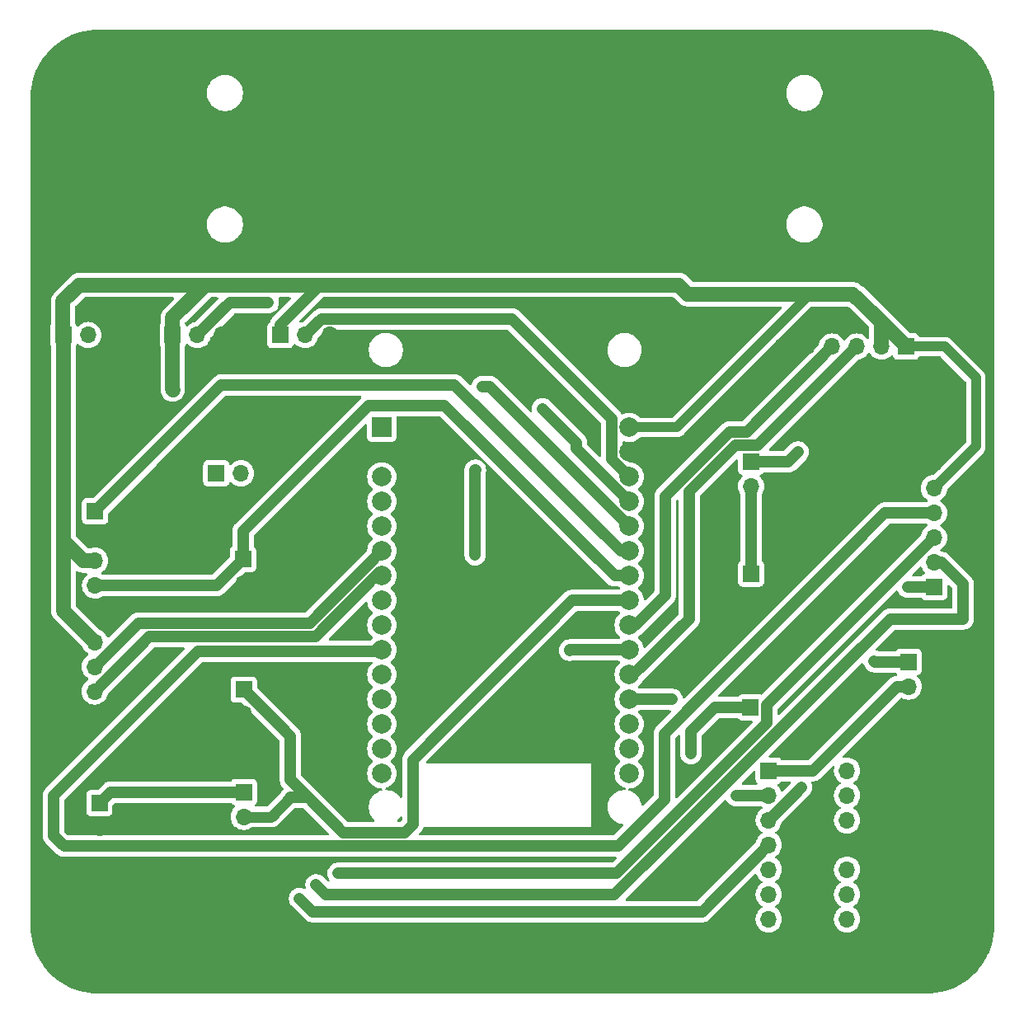
<source format=gbr>
%TF.GenerationSoftware,KiCad,Pcbnew,8.0.4*%
%TF.CreationDate,2024-07-29T13:43:03-05:00*%
%TF.ProjectId,DAQ-Bicineta,4441512d-4269-4636-996e-6574612e6b69,rev?*%
%TF.SameCoordinates,Original*%
%TF.FileFunction,Copper,L1,Top*%
%TF.FilePolarity,Positive*%
%FSLAX46Y46*%
G04 Gerber Fmt 4.6, Leading zero omitted, Abs format (unit mm)*
G04 Created by KiCad (PCBNEW 8.0.4) date 2024-07-29 13:43:03*
%MOMM*%
%LPD*%
G01*
G04 APERTURE LIST*
%TA.AperFunction,ComponentPad*%
%ADD10C,4.800000*%
%TD*%
%TA.AperFunction,ComponentPad*%
%ADD11R,1.700000X1.700000*%
%TD*%
%TA.AperFunction,ComponentPad*%
%ADD12O,1.700000X1.700000*%
%TD*%
%TA.AperFunction,ComponentPad*%
%ADD13R,2.000000X2.000000*%
%TD*%
%TA.AperFunction,ComponentPad*%
%ADD14C,2.000000*%
%TD*%
%TA.AperFunction,ViaPad*%
%ADD15C,0.600000*%
%TD*%
%TA.AperFunction,Conductor*%
%ADD16C,1.200000*%
%TD*%
%TA.AperFunction,Conductor*%
%ADD17C,1.100000*%
%TD*%
%TA.AperFunction,Conductor*%
%ADD18C,1.500000*%
%TD*%
%TA.AperFunction,Conductor*%
%ADD19C,1.000000*%
%TD*%
G04 APERTURE END LIST*
D10*
%TO.P,H3,3*%
%TO.N,ACCELERATOR_GND*%
X107500000Y-142500000D03*
%TD*%
%TO.P,H1,1*%
%TO.N,ACCELERATOR_GND*%
X107500000Y-57500000D03*
%TD*%
D11*
%TO.P,10kOhm,1*%
%TO.N,T-D500_VCC*%
X174530000Y-94850000D03*
D12*
%TO.P,10kOhm,2*%
%TO.N,Net-(LM324-Pin_5)*%
X174530000Y-97390000D03*
%TD*%
D10*
%TO.P,H4,4*%
%TO.N,ACCELERATOR_GND*%
X192500000Y-142500000D03*
%TD*%
D11*
%TO.P,ACS712_2,1,Pin_1*%
%TO.N,CS_VCC*%
X115130000Y-81860000D03*
D12*
%TO.P,ACS712_2,2,Pin_2*%
%TO.N,CS_OUT_2*%
X117670000Y-81860000D03*
%TO.P,ACS712_2,3,Pin_3*%
%TO.N,ACCELERATOR_GND*%
X120210000Y-81860000D03*
%TD*%
D11*
%TO.P,MicroSD,1,Pin_1*%
%TO.N,MSD_CS*%
X193300000Y-107750000D03*
D12*
%TO.P,MicroSD,2,Pin_2*%
%TO.N,MSD_SCK*%
X193300000Y-105210000D03*
%TO.P,MicroSD,3,Pin_3*%
%TO.N,MSD_MOSI*%
X193300000Y-102670000D03*
%TO.P,MicroSD,4,Pin_4*%
%TO.N,MSD_MISO*%
X193300000Y-100130000D03*
%TO.P,MicroSD,5,Pin_5*%
%TO.N,CS_VCC*%
X193300000Y-97590000D03*
%TO.P,MicroSD,6,Pin_6*%
%TO.N,ACCELERATOR_GND*%
X193300000Y-95050000D03*
%TD*%
D11*
%TO.P,GPS,1,Pin_1*%
%TO.N,ACCELERATOR_GND*%
X107115000Y-120990000D03*
D12*
%TO.P,GPS,2,Pin_2*%
%TO.N,GPS_TX*%
X107115000Y-118450000D03*
%TO.P,GPS,3,Pin_3*%
%TO.N,GPS_RX*%
X107115000Y-115910000D03*
%TO.P,GPS,4,Pin_4*%
%TO.N,CS_VCC*%
X107115000Y-113370000D03*
%TD*%
D11*
%TO.P,ACS712_4,1,Pin_1*%
%TO.N,CS_VCC*%
X119610000Y-96060000D03*
D12*
%TO.P,ACS712_4,2,Pin_2*%
%TO.N,CS_OUT_4*%
X122150000Y-96060000D03*
%TO.P,ACS712_4,3,Pin_3*%
%TO.N,ACCELERATOR_GND*%
X124690000Y-96060000D03*
%TD*%
D11*
%TO.P,300kOhm,1*%
%TO.N,Net-(LM324-Pin_3)*%
X174480000Y-120090000D03*
D12*
%TO.P,300kOhm,2*%
%TO.N,ACCELERATOR_GND*%
X174480000Y-117550000D03*
%TD*%
D11*
%TO.P,1kOhm,1*%
%TO.N,Net-(ACC_VIN_GND1-Pin_1)*%
X122435000Y-128780000D03*
D12*
%TO.P,1kOhm,2*%
%TO.N,ACCELERATOR_Vout*%
X122435000Y-131320000D03*
%TD*%
D11*
%TO.P,ACS712_1,1,Pin_1*%
%TO.N,CS_VCC*%
X103900000Y-81860000D03*
D12*
%TO.P,ACS712_1,2,Pin_2*%
%TO.N,CS_OUT_1*%
X106440000Y-81860000D03*
%TO.P,ACS712_1,3,Pin_3*%
%TO.N,ACCELERATOR_GND*%
X108980000Y-81860000D03*
%TD*%
D11*
%TO.P,ACS712_3,1,Pin_1*%
%TO.N,CS_VCC*%
X126200000Y-81860000D03*
D12*
%TO.P,ACS712_3,2,Pin_2*%
%TO.N,CS_OUT_3*%
X128740000Y-81860000D03*
%TO.P,ACS712_3,3,Pin_3*%
%TO.N,ACCELERATOR_GND*%
X131280000Y-81860000D03*
%TD*%
D11*
%TO.P,KY-24,1,Pin_1*%
%TO.N,KY_A0*%
X107165000Y-99950000D03*
D12*
%TO.P,KY-24,2,Pin_2*%
%TO.N,ACCELERATOR_GND*%
X107165000Y-102490000D03*
%TO.P,KY-24,3,Pin_3*%
%TO.N,CS_VCC*%
X107165000Y-105030000D03*
%TO.P,KY-24,4,Pin_4*%
%TO.N,KY_DO*%
X107165000Y-107570000D03*
%TD*%
D11*
%TO.P,PowerModule1,1,Pin_1*%
%TO.N,CS_VCC*%
X190450000Y-83040000D03*
D12*
%TO.P,PowerModule1,2,Pin_2*%
X187910000Y-83040000D03*
%TO.P,PowerModule1,3,Pin_3*%
%TO.N,PM_I*%
X185370000Y-83040000D03*
%TO.P,PowerModule1,4,Pin_4*%
%TO.N,PM_V*%
X182830000Y-83040000D03*
%TO.P,PowerModule1,5,Pin_5*%
%TO.N,ACCELERATOR_GND*%
X180290000Y-83040000D03*
%TO.P,PowerModule1,6,Pin_6*%
X177750000Y-83040000D03*
%TD*%
D11*
%TO.P,LM324,1,Pin_1*%
%TO.N,T-D500_OUT*%
X176340000Y-126590000D03*
D12*
%TO.P,LM324,2,Pin_2*%
%TO.N,unconnected-(LM324-Pin_2-Pad2)*%
X184380000Y-126590000D03*
%TO.P,LM324,3,Pin_3*%
%TO.N,Net-(LM324-Pin_3)*%
X176340000Y-129130000D03*
%TO.P,LM324,4,Pin_4*%
%TO.N,unconnected-(LM324-Pin_4-Pad4)*%
X184380000Y-129130000D03*
%TO.P,LM324,5,Pin_5*%
%TO.N,Net-(LM324-Pin_5)*%
X176340000Y-131670000D03*
%TO.P,LM324,6,Pin_6*%
%TO.N,unconnected-(LM324-Pin_6-Pad6)*%
X184380000Y-131670000D03*
%TO.P,LM324,7,Pin_7*%
%TO.N,T-D500_VCC*%
X176340000Y-134210000D03*
%TO.P,LM324,8,Pin_8*%
%TO.N,ACCELERATOR_GND*%
X184380000Y-134210000D03*
%TO.P,LM324,9,Pin_9*%
%TO.N,unconnected-(LM324-Pin_9-Pad9)*%
X176340000Y-136750000D03*
%TO.P,LM324,10,Pin_10*%
%TO.N,unconnected-(LM324-Pin_10-Pad10)*%
X184380000Y-136750000D03*
%TO.P,LM324,11,Pin_11*%
%TO.N,unconnected-(LM324-Pin_11-Pad11)*%
X176340000Y-139290000D03*
%TO.P,LM324,12,Pin_12*%
%TO.N,unconnected-(LM324-Pin_12-Pad12)*%
X184380000Y-139290000D03*
%TO.P,LM324,13,Pin_13*%
%TO.N,unconnected-(LM324-Pin_13-Pad13)*%
X176340000Y-141830000D03*
%TO.P,LM324,14,Pin_14*%
%TO.N,unconnected-(LM324-Pin_14-Pad14)*%
X184380000Y-141830000D03*
%TD*%
D11*
%TO.P,Accelerator,1,Pin_1*%
%TO.N,Net-(ACC_VIN_GND1-Pin_1)*%
X107600000Y-129930000D03*
D12*
%TO.P,Accelerator,2,Pin_2*%
%TO.N,ACCELERATOR_GND*%
X107600000Y-132470000D03*
%TD*%
D11*
%TO.P,1kOhm,1*%
%TO.N,Net-(LM324-Pin_5)*%
X174530000Y-106340000D03*
D12*
%TO.P,1kOhm,2*%
%TO.N,ACCELERATOR_GND*%
X174530000Y-108880000D03*
%TD*%
D10*
%TO.P,H2,2*%
%TO.N,ACCELERATOR_GND*%
X192500000Y-57500000D03*
%TD*%
D11*
%TO.P,T-D500,1,Pin_1*%
%TO.N,Net-(LM324-Pin_3)*%
X190690000Y-115410000D03*
D12*
%TO.P,T-D500,2,Pin_2*%
%TO.N,T-D500_OUT*%
X190690000Y-117950000D03*
%TD*%
D13*
%TO.P,U3,1,3V3*%
%TO.N,T-D500_VCC*%
X136600000Y-91340000D03*
D14*
%TO.P,U3,2,GND*%
%TO.N,ACCELERATOR_GND*%
X136600000Y-93880000D03*
%TO.P,U3,3,D15*%
%TO.N,unconnected-(U3-D15-Pad3)*%
X136600000Y-96420000D03*
%TO.P,U3,4,D2*%
%TO.N,unconnected-(U3-D2-Pad4)*%
X136600000Y-98960000D03*
%TO.P,U3,5,D4*%
%TO.N,unconnected-(U3-D4-Pad5)*%
X136600000Y-101500000D03*
%TO.P,U3,6,RX2*%
%TO.N,GPS_RX*%
X136600000Y-104040000D03*
%TO.P,U3,7,TX2*%
%TO.N,GPS_TX*%
X136600000Y-106580000D03*
%TO.P,U3,8,D5*%
%TO.N,MSD_CS*%
X136600000Y-109120000D03*
%TO.P,U3,9,D18*%
%TO.N,MSD_SCK*%
X136600000Y-111660000D03*
%TO.P,U3,10,D19*%
%TO.N,MSD_MISO*%
X136600000Y-114200000D03*
%TO.P,U3,11,D21*%
%TO.N,unconnected-(U3-D21-Pad11)*%
X136600000Y-116740000D03*
%TO.P,U3,12,RX0*%
%TO.N,unconnected-(U3-RX0-Pad12)*%
X136600000Y-119280000D03*
%TO.P,U3,13,TX0*%
%TO.N,unconnected-(U3-TX0-Pad13)*%
X136600000Y-121820000D03*
%TO.P,U3,14,D22*%
%TO.N,unconnected-(U3-D22-Pad14)*%
X136600000Y-124360000D03*
%TO.P,U3,15,D23*%
%TO.N,MSD_MOSI*%
X136600000Y-126900000D03*
%TO.P,U3,16,EN*%
%TO.N,unconnected-(U3-EN-Pad16)*%
X162000000Y-126900000D03*
%TO.P,U3,17,VP*%
%TO.N,unconnected-(U3-VP-Pad17)*%
X162000000Y-124360000D03*
%TO.P,U3,18,VN*%
%TO.N,unconnected-(U3-VN-Pad18)*%
X162000000Y-121820000D03*
%TO.P,U3,19,D34*%
%TO.N,T-D500_OUT*%
X162000000Y-119280000D03*
%TO.P,U3,20,D35*%
%TO.N,PM_I*%
X162000000Y-116740000D03*
%TO.P,U3,21,D32*%
%TO.N,CS_OUT_1*%
X162000000Y-114200000D03*
%TO.P,U3,22,D33*%
%TO.N,PM_V*%
X162000000Y-111660000D03*
%TO.P,U3,23,D25*%
%TO.N,ACCELERATOR_Vout*%
X162000000Y-109120000D03*
%TO.P,U3,24,D26*%
%TO.N,KY_DO*%
X162000000Y-106580000D03*
%TO.P,U3,25,D27*%
%TO.N,KY_A0*%
X162000000Y-104040000D03*
%TO.P,U3,26,D14*%
%TO.N,CS_OUT_4*%
X162000000Y-101500000D03*
%TO.P,U3,27,D12*%
%TO.N,CS_OUT_2*%
X162000000Y-98960000D03*
%TO.P,U3,28,D13*%
%TO.N,CS_OUT_3*%
X162000000Y-96420000D03*
%TO.P,U3,29,GND*%
%TO.N,ACCELERATOR_GND*%
X162000000Y-93880000D03*
%TO.P,U3,30,VIN*%
%TO.N,CS_VCC*%
X162000000Y-91340000D03*
%TD*%
D11*
%TO.P,1kOhm,1*%
%TO.N,ACCELERATOR_Vout*%
X122435000Y-118270000D03*
D12*
%TO.P,1kOhm,2*%
%TO.N,ACCELERATOR_GND*%
X122435000Y-120810000D03*
%TD*%
D11*
%TO.P,C-68nF1,1*%
%TO.N,KY_DO*%
X122340000Y-104860000D03*
D12*
%TO.P,C-68nF1,2*%
%TO.N,ACCELERATOR_GND*%
X122340000Y-107400000D03*
%TD*%
D15*
%TO.N,T-D500_OUT*%
X166430000Y-119280000D03*
%TO.N,CS_VCC*%
X115150000Y-87470000D03*
%TO.N,MSD_SCK*%
X129850000Y-138320000D03*
%TO.N,MSD_CS*%
X190610000Y-107760000D03*
%TO.N,MSD_MOSI*%
X132110000Y-137140000D03*
%TO.N,Net-(LM324-Pin_5)*%
X179720000Y-128310000D03*
%TO.N,Net-(LM324-Pin_3)*%
X187110000Y-115310000D03*
X168350000Y-124830000D03*
X172980000Y-129140000D03*
%TO.N,T-D500_VCC*%
X179340000Y-93870000D03*
X128150000Y-139710000D03*
%TO.N,CS_OUT_1*%
X146210000Y-95730000D03*
X146200000Y-104430000D03*
X155890000Y-114230000D03*
%TO.N,CS_OUT_2*%
X124950000Y-78530000D03*
X153090000Y-89410000D03*
%TO.N,CS_OUT_4*%
X146899949Y-87170051D03*
%TD*%
D16*
%TO.N,MSD_SCK*%
X160509898Y-139340000D02*
X130870000Y-139340000D01*
X188839898Y-111010000D02*
X160509898Y-139340000D01*
X196280000Y-111010000D02*
X188839898Y-111010000D01*
X196280000Y-107430000D02*
X196280000Y-111010000D01*
X194060000Y-105210000D02*
X196280000Y-107430000D01*
X130870000Y-139340000D02*
X129850000Y-138320000D01*
X193300000Y-105210000D02*
X194060000Y-105210000D01*
%TO.N,MSD_MISO*%
X136500000Y-114300000D02*
X136600000Y-114200000D01*
X117730000Y-114300000D02*
X136500000Y-114300000D01*
X102900000Y-129130000D02*
X117730000Y-114300000D01*
X160853402Y-134330000D02*
X103960000Y-134330000D01*
X165640000Y-129543402D02*
X160853402Y-134330000D01*
X103960000Y-134330000D02*
X102900000Y-133270000D01*
X165640000Y-122770000D02*
X165640000Y-129543402D01*
X188280000Y-100130000D02*
X165640000Y-122770000D01*
X193300000Y-100130000D02*
X188280000Y-100130000D01*
X102900000Y-133270000D02*
X102900000Y-129130000D01*
%TO.N,ACCELERATOR_Vout*%
X127230000Y-127530000D02*
X129050000Y-129350000D01*
X127230000Y-123065000D02*
X127230000Y-127530000D01*
D17*
X122435000Y-131320000D02*
X125260000Y-131320000D01*
X125260000Y-131320000D02*
X127230000Y-129350000D01*
D16*
X132630000Y-132930000D02*
X136290000Y-132930000D01*
X129050000Y-129350000D02*
X132630000Y-132930000D01*
X127230000Y-129350000D02*
X129050000Y-129350000D01*
X122435000Y-118270000D02*
X127230000Y-123065000D01*
%TO.N,KY_DO*%
X122340000Y-104860000D02*
X122340000Y-102000000D01*
X107165000Y-107570000D02*
X119630000Y-107570000D01*
X122340000Y-102000000D02*
X135270000Y-89070000D01*
X143030000Y-89070000D02*
X160540000Y-106580000D01*
X119630000Y-107570000D02*
X122340000Y-104860000D01*
X135270000Y-89070000D02*
X143030000Y-89070000D01*
X160540000Y-106580000D02*
X162000000Y-106580000D01*
%TO.N,KY_A0*%
X161120000Y-104040000D02*
X162000000Y-104040000D01*
X120125000Y-86990000D02*
X144070000Y-86990000D01*
X107165000Y-99950000D02*
X120125000Y-86990000D01*
X144070000Y-86990000D02*
X161120000Y-104040000D01*
%TO.N,T-D500_OUT*%
X180847919Y-126590000D02*
X176340000Y-126590000D01*
X162000000Y-119280000D02*
X166430000Y-119280000D01*
X190690000Y-117950000D02*
X189487919Y-117950000D01*
X189487919Y-117950000D02*
X180847919Y-126590000D01*
%TO.N,GPS_RX*%
X129204415Y-111430000D02*
X136594415Y-104040000D01*
X111595000Y-111430000D02*
X129204415Y-111430000D01*
X136594415Y-104040000D02*
X136600000Y-104040000D01*
X107115000Y-115910000D02*
X111595000Y-111430000D01*
%TO.N,GPS_TX*%
X112735000Y-112830000D02*
X129784313Y-112830000D01*
X136034313Y-106580000D02*
X136600000Y-106580000D01*
X107115000Y-118450000D02*
X112735000Y-112830000D01*
X129784313Y-112830000D02*
X136034313Y-106580000D01*
D18*
%TO.N,CS_VCC*%
X105962919Y-105030000D02*
X107165000Y-105030000D01*
D16*
X126200000Y-81860000D02*
X126200000Y-80780000D01*
D18*
X130260000Y-76720000D02*
X118490000Y-76720000D01*
X167080000Y-76720000D02*
X130260000Y-76720000D01*
X185280000Y-77980000D02*
X185390000Y-77980000D01*
X187910000Y-80610000D02*
X187910000Y-83040000D01*
D19*
X166870000Y-91340000D02*
X162000000Y-91340000D01*
D18*
X103900000Y-102967081D02*
X105962919Y-105030000D01*
X180470000Y-77680000D02*
X168040000Y-77680000D01*
D19*
X190450000Y-83040000D02*
X190425000Y-83065000D01*
D16*
X185280000Y-77980000D02*
X187910000Y-80610000D01*
D19*
X194400000Y-83040000D02*
X197610000Y-86250000D01*
D18*
X185390000Y-77980000D02*
X190450000Y-83040000D01*
D19*
X197610000Y-93280000D02*
X193300000Y-97590000D01*
D18*
X115130000Y-80080000D02*
X118490000Y-76720000D01*
X184980000Y-77680000D02*
X180470000Y-77680000D01*
X118490000Y-76720000D02*
X105540000Y-76720000D01*
X103870000Y-81830000D02*
X103900000Y-81860000D01*
X103870000Y-78390000D02*
X103870000Y-81830000D01*
X115130000Y-87450000D02*
X115150000Y-87470000D01*
X168040000Y-77680000D02*
X167080000Y-76720000D01*
X103900000Y-81860000D02*
X103900000Y-102967081D01*
X103900000Y-102967081D02*
X103900000Y-110155000D01*
X115130000Y-81860000D02*
X115130000Y-87450000D01*
X105540000Y-76720000D02*
X103870000Y-78390000D01*
D19*
X190450000Y-83040000D02*
X194400000Y-83040000D01*
D18*
X115130000Y-81860000D02*
X115130000Y-80080000D01*
D19*
X180470000Y-77680000D02*
X180470000Y-77740000D01*
D18*
X185280000Y-77980000D02*
X184980000Y-77680000D01*
X103900000Y-110155000D02*
X107115000Y-113370000D01*
D19*
X180470000Y-77740000D02*
X166870000Y-91340000D01*
D16*
X126200000Y-80780000D02*
X130260000Y-76720000D01*
D19*
X197610000Y-86250000D02*
X197610000Y-93280000D01*
D16*
%TO.N,MSD_CS*%
X190620000Y-107750000D02*
X190610000Y-107760000D01*
X193300000Y-107750000D02*
X190620000Y-107750000D01*
%TO.N,MSD_MOSI*%
X176130000Y-119840000D02*
X176130000Y-121740000D01*
X176130000Y-121740000D02*
X160730000Y-137140000D01*
X193300000Y-102670000D02*
X176130000Y-119840000D01*
X160730000Y-137140000D02*
X132110000Y-137140000D01*
%TO.N,PM_V*%
X165690000Y-108620000D02*
X162650000Y-111660000D01*
X165690000Y-98410101D02*
X165690000Y-108620000D01*
X162650000Y-111660000D02*
X162000000Y-111660000D01*
X182830000Y-83040000D02*
X174070000Y-91800000D01*
X174070000Y-91800000D02*
X172300101Y-91800000D01*
X172300101Y-91800000D02*
X165690000Y-98410101D01*
%TO.N,PM_I*%
X172880000Y-93200000D02*
X168180000Y-97900000D01*
X168180000Y-97900000D02*
X168180000Y-111010000D01*
X168180000Y-111010000D02*
X162450000Y-116740000D01*
X185370000Y-83040000D02*
X175210000Y-93200000D01*
X162450000Y-116740000D02*
X162000000Y-116740000D01*
X175210000Y-93200000D02*
X172880000Y-93200000D01*
%TO.N,Net-(LM324-Pin_5)*%
X176360000Y-131670000D02*
X179720000Y-128310000D01*
X176340000Y-131670000D02*
X176360000Y-131670000D01*
X174530000Y-106340000D02*
X174530000Y-97390000D01*
%TO.N,Net-(ACC_VIN_GND1-Pin_1)*%
X122435000Y-128780000D02*
X108750000Y-128780000D01*
X108750000Y-128780000D02*
X107600000Y-129930000D01*
%TO.N,ACCELERATOR_Vout*%
X139790000Y-125480000D02*
X156150000Y-109120000D01*
X156150000Y-109120000D02*
X162000000Y-109120000D01*
X138970000Y-132930000D02*
X139790000Y-132110000D01*
X136290000Y-132930000D02*
X138970000Y-132930000D01*
X139790000Y-132110000D02*
X139790000Y-125480000D01*
%TO.N,Net-(LM324-Pin_3)*%
X168350000Y-124830000D02*
X168350000Y-122535483D01*
X168350000Y-122535483D02*
X170795483Y-120090000D01*
X190690000Y-115410000D02*
X187210000Y-115410000D01*
X172990000Y-129130000D02*
X172980000Y-129140000D01*
X187210000Y-115410000D02*
X187110000Y-115310000D01*
X176340000Y-129130000D02*
X172990000Y-129130000D01*
X170795483Y-120090000D02*
X174480000Y-120090000D01*
%TO.N,T-D500_VCC*%
X129490000Y-141050000D02*
X128150000Y-139710000D01*
X176340000Y-134210000D02*
X169500000Y-141050000D01*
X169500000Y-141050000D02*
X129490000Y-141050000D01*
X174530000Y-94850000D02*
X178360000Y-94850000D01*
X178360000Y-94850000D02*
X179340000Y-93870000D01*
%TO.N,CS_OUT_1*%
X155920000Y-114200000D02*
X155890000Y-114230000D01*
X146200000Y-104430000D02*
X146200000Y-95740000D01*
X146200000Y-95740000D02*
X146210000Y-95730000D01*
X162000000Y-114200000D02*
X155920000Y-114200000D01*
%TO.N,CS_OUT_2*%
X121000000Y-78530000D02*
X124950000Y-78530000D01*
X153100000Y-89410000D02*
X156580000Y-92890000D01*
X117670000Y-81860000D02*
X121000000Y-78530000D01*
X156580000Y-93545585D02*
X161994415Y-98960000D01*
X161994415Y-98960000D02*
X162000000Y-98960000D01*
X156580000Y-92890000D02*
X156580000Y-93545585D01*
X153090000Y-89410000D02*
X153100000Y-89410000D01*
%TO.N,CS_OUT_3*%
X161994415Y-96420000D02*
X162000000Y-96420000D01*
X128740000Y-81860000D02*
X130390000Y-80210000D01*
X130390000Y-80210000D02*
X149990000Y-80210000D01*
X149990000Y-80210000D02*
X160200000Y-90420000D01*
X160200000Y-94625585D02*
X161994415Y-96420000D01*
X160200000Y-90420000D02*
X160200000Y-94625585D01*
%TO.N,CS_OUT_4*%
X161994415Y-101500000D02*
X160200000Y-99705585D01*
X147680051Y-87170051D02*
X146899949Y-87170051D01*
X160200000Y-99705585D02*
X160200000Y-99690000D01*
X162000000Y-101500000D02*
X161994415Y-101500000D01*
X160200000Y-99690000D02*
X147680051Y-87170051D01*
%TD*%
%TA.AperFunction,Conductor*%
%TO.N,ACCELERATOR_GND*%
G36*
X135583863Y-115420185D02*
G01*
X135629618Y-115472989D01*
X135639562Y-115542147D01*
X135610537Y-115605703D01*
X135592987Y-115622353D01*
X135580258Y-115632260D01*
X135411833Y-115815217D01*
X135275826Y-116023393D01*
X135175936Y-116251118D01*
X135114892Y-116492175D01*
X135114890Y-116492187D01*
X135094357Y-116739994D01*
X135094357Y-116740005D01*
X135114890Y-116987812D01*
X135114892Y-116987824D01*
X135175936Y-117228881D01*
X135275826Y-117456606D01*
X135411833Y-117664782D01*
X135411836Y-117664785D01*
X135580256Y-117847738D01*
X135663008Y-117912147D01*
X135703821Y-117968857D01*
X135707496Y-118038630D01*
X135672864Y-118099313D01*
X135663014Y-118107848D01*
X135604549Y-118153354D01*
X135580257Y-118172261D01*
X135411833Y-118355217D01*
X135275826Y-118563393D01*
X135175936Y-118791118D01*
X135114892Y-119032175D01*
X135114890Y-119032187D01*
X135094357Y-119279994D01*
X135094357Y-119280005D01*
X135114890Y-119527812D01*
X135114892Y-119527824D01*
X135175936Y-119768881D01*
X135275826Y-119996606D01*
X135411833Y-120204782D01*
X135411836Y-120204785D01*
X135580256Y-120387738D01*
X135663008Y-120452147D01*
X135703821Y-120508857D01*
X135707496Y-120578630D01*
X135672864Y-120639313D01*
X135663014Y-120647848D01*
X135604400Y-120693469D01*
X135580257Y-120712261D01*
X135411833Y-120895217D01*
X135275826Y-121103393D01*
X135175936Y-121331118D01*
X135114892Y-121572175D01*
X135114890Y-121572187D01*
X135094357Y-121819994D01*
X135094357Y-121820005D01*
X135114890Y-122067812D01*
X135114892Y-122067824D01*
X135175936Y-122308881D01*
X135275826Y-122536606D01*
X135411833Y-122744782D01*
X135411836Y-122744785D01*
X135580256Y-122927738D01*
X135663008Y-122992147D01*
X135703821Y-123048857D01*
X135707496Y-123118630D01*
X135672864Y-123179313D01*
X135663014Y-123187848D01*
X135614200Y-123225842D01*
X135580257Y-123252261D01*
X135411833Y-123435217D01*
X135275826Y-123643393D01*
X135175936Y-123871118D01*
X135114892Y-124112175D01*
X135114890Y-124112187D01*
X135094357Y-124359994D01*
X135094357Y-124360005D01*
X135114890Y-124607812D01*
X135114892Y-124607824D01*
X135175936Y-124848881D01*
X135275826Y-125076606D01*
X135411833Y-125284782D01*
X135411836Y-125284785D01*
X135580256Y-125467738D01*
X135663008Y-125532147D01*
X135703821Y-125588857D01*
X135707496Y-125658630D01*
X135672864Y-125719313D01*
X135663014Y-125727848D01*
X135612056Y-125767511D01*
X135580257Y-125792261D01*
X135411833Y-125975217D01*
X135275826Y-126183393D01*
X135175936Y-126411118D01*
X135114892Y-126652175D01*
X135114890Y-126652187D01*
X135094357Y-126899994D01*
X135094357Y-126900005D01*
X135114890Y-127147812D01*
X135114892Y-127147824D01*
X135175936Y-127388881D01*
X135275826Y-127616606D01*
X135411833Y-127824782D01*
X135411836Y-127824785D01*
X135580256Y-128007738D01*
X135776491Y-128160474D01*
X135995190Y-128278828D01*
X136230386Y-128359571D01*
X136475665Y-128400500D01*
X136515708Y-128400500D01*
X136582747Y-128420185D01*
X136628502Y-128472989D01*
X136638446Y-128542147D01*
X136609421Y-128605703D01*
X136550643Y-128643477D01*
X136547835Y-128644265D01*
X136490418Y-128659649D01*
X136456112Y-128668842D01*
X136244123Y-128756650D01*
X136244109Y-128756657D01*
X136045382Y-128871392D01*
X135863338Y-129011081D01*
X135701081Y-129173338D01*
X135561392Y-129355382D01*
X135446657Y-129554109D01*
X135446650Y-129554123D01*
X135358842Y-129766112D01*
X135358842Y-129766113D01*
X135299510Y-129987548D01*
X135299453Y-129987759D01*
X135299451Y-129987770D01*
X135269500Y-130215258D01*
X135269500Y-130444741D01*
X135276983Y-130501575D01*
X135299452Y-130672238D01*
X135350500Y-130862753D01*
X135358842Y-130893887D01*
X135446650Y-131105876D01*
X135446657Y-131105890D01*
X135561392Y-131304617D01*
X135701081Y-131486661D01*
X135701089Y-131486670D01*
X135832238Y-131617819D01*
X135865723Y-131679142D01*
X135860739Y-131748834D01*
X135818867Y-131804767D01*
X135753403Y-131829184D01*
X135744557Y-131829500D01*
X133137204Y-131829500D01*
X133070165Y-131809815D01*
X133049523Y-131793181D01*
X128366819Y-127110477D01*
X128333334Y-127049154D01*
X128330500Y-127022796D01*
X128330500Y-122978389D01*
X128303402Y-122807302D01*
X128303402Y-122807299D01*
X128249873Y-122642555D01*
X128171232Y-122488212D01*
X128069414Y-122348072D01*
X127946928Y-122225586D01*
X123821818Y-118100476D01*
X123788333Y-118039153D01*
X123785499Y-118012795D01*
X123785499Y-117372129D01*
X123785498Y-117372123D01*
X123785497Y-117372116D01*
X123779091Y-117312517D01*
X123767550Y-117281575D01*
X123728797Y-117177671D01*
X123728793Y-117177664D01*
X123642547Y-117062455D01*
X123642544Y-117062452D01*
X123527335Y-116976206D01*
X123527328Y-116976202D01*
X123392482Y-116925908D01*
X123392483Y-116925908D01*
X123332883Y-116919501D01*
X123332881Y-116919500D01*
X123332873Y-116919500D01*
X123332864Y-116919500D01*
X121537129Y-116919500D01*
X121537123Y-116919501D01*
X121477516Y-116925908D01*
X121342671Y-116976202D01*
X121342664Y-116976206D01*
X121227455Y-117062452D01*
X121227452Y-117062455D01*
X121141206Y-117177664D01*
X121141202Y-117177671D01*
X121090908Y-117312517D01*
X121084501Y-117372116D01*
X121084501Y-117372123D01*
X121084500Y-117372135D01*
X121084500Y-119167870D01*
X121084501Y-119167876D01*
X121090908Y-119227483D01*
X121141202Y-119362328D01*
X121141206Y-119362335D01*
X121227452Y-119477544D01*
X121227455Y-119477547D01*
X121342664Y-119563793D01*
X121342671Y-119563797D01*
X121387618Y-119580561D01*
X121477517Y-119614091D01*
X121537127Y-119620500D01*
X122177795Y-119620499D01*
X122244834Y-119640183D01*
X122265476Y-119656818D01*
X126093181Y-123484523D01*
X126126666Y-123545846D01*
X126129500Y-123572204D01*
X126129500Y-127616610D01*
X126152849Y-127764035D01*
X126156598Y-127787701D01*
X126209243Y-127949725D01*
X126210128Y-127952447D01*
X126288768Y-128106788D01*
X126390586Y-128246928D01*
X126390588Y-128246930D01*
X126495977Y-128352319D01*
X126529462Y-128413642D01*
X126524478Y-128483334D01*
X126495977Y-128527681D01*
X126390588Y-128633069D01*
X126390588Y-128633070D01*
X126390586Y-128633072D01*
X126361560Y-128673023D01*
X126288768Y-128773211D01*
X126264039Y-128821745D01*
X126241235Y-128853131D01*
X124861188Y-130233181D01*
X124799865Y-130266666D01*
X124773507Y-130269500D01*
X123638461Y-130269500D01*
X123571422Y-130249815D01*
X123525667Y-130197011D01*
X123515723Y-130127853D01*
X123544748Y-130064297D01*
X123564150Y-130046234D01*
X123624046Y-130001395D01*
X123642546Y-129987546D01*
X123728796Y-129872331D01*
X123779091Y-129737483D01*
X123785500Y-129677873D01*
X123785499Y-127882128D01*
X123779335Y-127824785D01*
X123779091Y-127822516D01*
X123728797Y-127687671D01*
X123728793Y-127687664D01*
X123642547Y-127572455D01*
X123642544Y-127572452D01*
X123527335Y-127486206D01*
X123527328Y-127486202D01*
X123392482Y-127435908D01*
X123392483Y-127435908D01*
X123332883Y-127429501D01*
X123332881Y-127429500D01*
X123332873Y-127429500D01*
X123332864Y-127429500D01*
X121537129Y-127429500D01*
X121537123Y-127429501D01*
X121477516Y-127435908D01*
X121342671Y-127486202D01*
X121342664Y-127486206D01*
X121227457Y-127572451D01*
X121227451Y-127572457D01*
X121184515Y-127629812D01*
X121128581Y-127671682D01*
X121085249Y-127679500D01*
X108663389Y-127679500D01*
X108645514Y-127682331D01*
X108492304Y-127706595D01*
X108327550Y-127760128D01*
X108173211Y-127838768D01*
X108149361Y-127856097D01*
X108149360Y-127856097D01*
X108033075Y-127940581D01*
X108033070Y-127940586D01*
X107430474Y-128543181D01*
X107369151Y-128576666D01*
X107342793Y-128579500D01*
X106702129Y-128579500D01*
X106702123Y-128579501D01*
X106642516Y-128585908D01*
X106507671Y-128636202D01*
X106507664Y-128636206D01*
X106392455Y-128722452D01*
X106392452Y-128722455D01*
X106306206Y-128837664D01*
X106306202Y-128837671D01*
X106255908Y-128972517D01*
X106249501Y-129032116D01*
X106249500Y-129032135D01*
X106249500Y-130827870D01*
X106249501Y-130827876D01*
X106255908Y-130887483D01*
X106306202Y-131022328D01*
X106306206Y-131022335D01*
X106392452Y-131137544D01*
X106392455Y-131137547D01*
X106507664Y-131223793D01*
X106507671Y-131223797D01*
X106642517Y-131274091D01*
X106642516Y-131274091D01*
X106649444Y-131274835D01*
X106702127Y-131280500D01*
X108497872Y-131280499D01*
X108557483Y-131274091D01*
X108692331Y-131223796D01*
X108807546Y-131137546D01*
X108893796Y-131022331D01*
X108944091Y-130887483D01*
X108950500Y-130827873D01*
X108950499Y-130187204D01*
X108970183Y-130120166D01*
X108986818Y-130099523D01*
X109022045Y-130064297D01*
X109169525Y-129916818D01*
X109230849Y-129883334D01*
X109257206Y-129880500D01*
X121085249Y-129880500D01*
X121152288Y-129900185D01*
X121184515Y-129930188D01*
X121221364Y-129979411D01*
X121227454Y-129987546D01*
X121227756Y-129987772D01*
X121342664Y-130073793D01*
X121342671Y-130073797D01*
X121474081Y-130122810D01*
X121530015Y-130164681D01*
X121554432Y-130230145D01*
X121539580Y-130298418D01*
X121518430Y-130326673D01*
X121396503Y-130448600D01*
X121260965Y-130642169D01*
X121260964Y-130642171D01*
X121161098Y-130856335D01*
X121161094Y-130856344D01*
X121099938Y-131084586D01*
X121099936Y-131084596D01*
X121079341Y-131319999D01*
X121079341Y-131320000D01*
X121099936Y-131555403D01*
X121099938Y-131555413D01*
X121161094Y-131783655D01*
X121161096Y-131783659D01*
X121161097Y-131783663D01*
X121217868Y-131905408D01*
X121260965Y-131997830D01*
X121260967Y-131997834D01*
X121356069Y-132133653D01*
X121396505Y-132191401D01*
X121563599Y-132358495D01*
X121580744Y-132370500D01*
X121757165Y-132494032D01*
X121757167Y-132494033D01*
X121757170Y-132494035D01*
X121971337Y-132593903D01*
X122199592Y-132655063D01*
X122387918Y-132671539D01*
X122434999Y-132675659D01*
X122435000Y-132675659D01*
X122435001Y-132675659D01*
X122474234Y-132672226D01*
X122670408Y-132655063D01*
X122898663Y-132593903D01*
X123112830Y-132494035D01*
X123141051Y-132474274D01*
X123257231Y-132392925D01*
X123323437Y-132370598D01*
X123328354Y-132370500D01*
X125363466Y-132370500D01*
X125363467Y-132370499D01*
X125566420Y-132330130D01*
X125757598Y-132250941D01*
X125763813Y-132246788D01*
X125929655Y-132135977D01*
X126075977Y-131989655D01*
X126075977Y-131989653D01*
X126086185Y-131979446D01*
X126086186Y-131979443D01*
X127578813Y-130486819D01*
X127640136Y-130453334D01*
X127666494Y-130450500D01*
X128542796Y-130450500D01*
X128609835Y-130470185D01*
X128630477Y-130486819D01*
X131161477Y-133017819D01*
X131194962Y-133079142D01*
X131189978Y-133148834D01*
X131148106Y-133204767D01*
X131082642Y-133229184D01*
X131073796Y-133229500D01*
X104467204Y-133229500D01*
X104400165Y-133209815D01*
X104379523Y-133193181D01*
X104036819Y-132850477D01*
X104003334Y-132789154D01*
X104000500Y-132762796D01*
X104000500Y-129637204D01*
X104020185Y-129570165D01*
X104036819Y-129549523D01*
X118149523Y-115436819D01*
X118210846Y-115403334D01*
X118237204Y-115400500D01*
X135516824Y-115400500D01*
X135583863Y-115420185D01*
G37*
%TD.AperFunction*%
%TA.AperFunction,Conductor*%
G36*
X142589835Y-90190185D02*
G01*
X142610477Y-90206819D01*
X159823072Y-107419414D01*
X159963212Y-107521232D01*
X160038912Y-107559802D01*
X160117553Y-107599873D01*
X160117559Y-107599875D01*
X160177959Y-107619500D01*
X160177960Y-107619500D01*
X160282299Y-107653402D01*
X160453389Y-107680500D01*
X160928387Y-107680500D01*
X160995426Y-107700185D01*
X161004548Y-107706645D01*
X161063008Y-107752147D01*
X161103821Y-107808856D01*
X161107496Y-107878629D01*
X161072865Y-107939313D01*
X161063014Y-107947848D01*
X161004549Y-107993354D01*
X160939555Y-108018996D01*
X160928387Y-108019500D01*
X156236611Y-108019500D01*
X156063389Y-108019500D01*
X156023728Y-108025781D01*
X155892302Y-108046597D01*
X155727552Y-108100128D01*
X155573211Y-108178768D01*
X155493256Y-108236859D01*
X155433072Y-108280586D01*
X155433070Y-108280588D01*
X155433069Y-108280588D01*
X138950588Y-124763069D01*
X138950588Y-124763070D01*
X138950586Y-124763072D01*
X138906859Y-124823256D01*
X138848768Y-124903211D01*
X138770128Y-125057552D01*
X138716597Y-125222302D01*
X138689500Y-125393389D01*
X138689500Y-129264931D01*
X138669815Y-129331970D01*
X138617011Y-129377725D01*
X138547853Y-129387669D01*
X138484297Y-129358644D01*
X138467125Y-129340418D01*
X138338918Y-129173338D01*
X138338911Y-129173330D01*
X138176670Y-129011089D01*
X138176661Y-129011081D01*
X137994617Y-128871392D01*
X137936210Y-128837671D01*
X137795888Y-128756656D01*
X137795876Y-128756650D01*
X137583887Y-128668842D01*
X137549589Y-128659652D01*
X137362238Y-128609452D01*
X137324215Y-128604446D01*
X137134741Y-128579500D01*
X137134734Y-128579500D01*
X137072075Y-128579500D01*
X137005036Y-128559815D01*
X136959281Y-128507011D01*
X136949337Y-128437853D01*
X136978362Y-128374297D01*
X137031812Y-128338219D01*
X137110976Y-128311040D01*
X137204810Y-128278828D01*
X137423509Y-128160474D01*
X137619744Y-128007738D01*
X137788164Y-127824785D01*
X137924173Y-127616607D01*
X138024063Y-127388881D01*
X138085108Y-127147821D01*
X138085109Y-127147812D01*
X138105643Y-126900005D01*
X138105643Y-126899994D01*
X138085109Y-126652187D01*
X138085107Y-126652175D01*
X138024063Y-126411118D01*
X137924173Y-126183393D01*
X137788166Y-125975217D01*
X137730126Y-125912169D01*
X137619744Y-125792262D01*
X137536991Y-125727852D01*
X137496179Y-125671143D01*
X137492504Y-125601370D01*
X137527136Y-125540687D01*
X137536985Y-125532151D01*
X137619744Y-125467738D01*
X137788164Y-125284785D01*
X137924173Y-125076607D01*
X138024063Y-124848881D01*
X138085108Y-124607821D01*
X138105643Y-124360000D01*
X138085108Y-124112179D01*
X138024063Y-123871119D01*
X137924173Y-123643393D01*
X137844107Y-123520842D01*
X137788166Y-123435217D01*
X137766557Y-123411744D01*
X137619744Y-123252262D01*
X137536991Y-123187852D01*
X137496179Y-123131143D01*
X137492504Y-123061370D01*
X137527136Y-123000687D01*
X137536985Y-122992151D01*
X137619744Y-122927738D01*
X137788164Y-122744785D01*
X137924173Y-122536607D01*
X138024063Y-122308881D01*
X138085108Y-122067821D01*
X138086330Y-122053072D01*
X138105643Y-121820005D01*
X138105643Y-121819994D01*
X138085109Y-121572187D01*
X138085107Y-121572175D01*
X138024063Y-121331118D01*
X137924173Y-121103393D01*
X137788166Y-120895217D01*
X137747806Y-120851375D01*
X137619744Y-120712262D01*
X137536991Y-120647852D01*
X137496179Y-120591143D01*
X137492504Y-120521370D01*
X137527136Y-120460687D01*
X137536985Y-120452151D01*
X137619744Y-120387738D01*
X137788164Y-120204785D01*
X137924173Y-119996607D01*
X138024063Y-119768881D01*
X138085108Y-119527821D01*
X138085109Y-119527812D01*
X138105643Y-119280005D01*
X138105643Y-119279994D01*
X138085109Y-119032187D01*
X138085107Y-119032175D01*
X138024063Y-118791118D01*
X137924173Y-118563393D01*
X137788166Y-118355217D01*
X137700629Y-118260127D01*
X137619744Y-118172262D01*
X137536991Y-118107852D01*
X137496179Y-118051143D01*
X137492504Y-117981370D01*
X137527136Y-117920687D01*
X137536985Y-117912151D01*
X137619744Y-117847738D01*
X137788164Y-117664785D01*
X137924173Y-117456607D01*
X138024063Y-117228881D01*
X138085108Y-116987821D01*
X138085109Y-116987812D01*
X138105643Y-116740005D01*
X138105643Y-116739994D01*
X138085109Y-116492187D01*
X138085107Y-116492175D01*
X138024063Y-116251118D01*
X137924173Y-116023393D01*
X137788166Y-115815217D01*
X137766557Y-115791744D01*
X137619744Y-115632262D01*
X137536991Y-115567852D01*
X137496179Y-115511143D01*
X137492504Y-115441370D01*
X137527136Y-115380687D01*
X137536985Y-115372151D01*
X137619744Y-115307738D01*
X137788164Y-115124785D01*
X137924173Y-114916607D01*
X138024063Y-114688881D01*
X138085108Y-114447821D01*
X138085109Y-114447812D01*
X138105643Y-114200005D01*
X138105643Y-114199994D01*
X138085109Y-113952187D01*
X138085107Y-113952175D01*
X138024063Y-113711118D01*
X137924173Y-113483393D01*
X137788166Y-113275217D01*
X137681625Y-113159483D01*
X137619744Y-113092262D01*
X137536991Y-113027852D01*
X137496179Y-112971143D01*
X137492504Y-112901370D01*
X137527136Y-112840687D01*
X137536985Y-112832151D01*
X137619744Y-112767738D01*
X137788164Y-112584785D01*
X137924173Y-112376607D01*
X138024063Y-112148881D01*
X138085108Y-111907821D01*
X138100097Y-111726929D01*
X138105643Y-111660005D01*
X138105643Y-111659994D01*
X138085109Y-111412187D01*
X138085107Y-111412175D01*
X138024063Y-111171118D01*
X137924173Y-110943393D01*
X137788166Y-110735217D01*
X137695937Y-110635030D01*
X137619744Y-110552262D01*
X137536991Y-110487852D01*
X137496179Y-110431143D01*
X137492504Y-110361370D01*
X137527136Y-110300687D01*
X137536985Y-110292151D01*
X137619744Y-110227738D01*
X137788164Y-110044785D01*
X137924173Y-109836607D01*
X138024063Y-109608881D01*
X138085108Y-109367821D01*
X138094077Y-109259580D01*
X138105643Y-109120005D01*
X138105643Y-109119994D01*
X138085109Y-108872187D01*
X138085107Y-108872175D01*
X138024063Y-108631118D01*
X137924173Y-108403393D01*
X137788166Y-108195217D01*
X137651352Y-108046598D01*
X137619744Y-108012262D01*
X137536991Y-107947852D01*
X137496179Y-107891143D01*
X137492504Y-107821370D01*
X137527136Y-107760687D01*
X137536985Y-107752151D01*
X137619744Y-107687738D01*
X137788164Y-107504785D01*
X137924173Y-107296607D01*
X138024063Y-107068881D01*
X138085108Y-106827821D01*
X138085109Y-106827812D01*
X138105643Y-106580005D01*
X138105643Y-106579994D01*
X138085109Y-106332187D01*
X138085107Y-106332175D01*
X138024063Y-106091118D01*
X137924173Y-105863393D01*
X137788166Y-105655217D01*
X137766557Y-105631744D01*
X137619744Y-105472262D01*
X137536991Y-105407852D01*
X137496179Y-105351143D01*
X137492504Y-105281370D01*
X137527136Y-105220687D01*
X137536985Y-105212151D01*
X137619744Y-105147738D01*
X137788164Y-104964785D01*
X137924173Y-104756607D01*
X138024063Y-104528881D01*
X138085108Y-104287821D01*
X138099884Y-104109500D01*
X138105643Y-104040005D01*
X138105643Y-104039994D01*
X138085109Y-103792187D01*
X138085107Y-103792175D01*
X138024063Y-103551118D01*
X137924173Y-103323393D01*
X137788166Y-103115217D01*
X137766557Y-103091744D01*
X137619744Y-102932262D01*
X137536991Y-102867852D01*
X137496179Y-102811143D01*
X137492504Y-102741370D01*
X137527136Y-102680687D01*
X137536985Y-102672151D01*
X137619744Y-102607738D01*
X137788164Y-102424785D01*
X137924173Y-102216607D01*
X138024063Y-101988881D01*
X138085108Y-101747821D01*
X138085109Y-101747812D01*
X138105643Y-101500005D01*
X138105643Y-101499994D01*
X138085109Y-101252187D01*
X138085107Y-101252175D01*
X138024063Y-101011118D01*
X137924173Y-100783393D01*
X137788166Y-100575217D01*
X137766557Y-100551744D01*
X137619744Y-100392262D01*
X137536991Y-100327852D01*
X137496179Y-100271143D01*
X137492504Y-100201370D01*
X137527136Y-100140687D01*
X137536985Y-100132151D01*
X137619744Y-100067738D01*
X137788164Y-99884785D01*
X137924173Y-99676607D01*
X138024063Y-99448881D01*
X138085108Y-99207821D01*
X138094746Y-99091506D01*
X138105643Y-98960005D01*
X138105643Y-98959994D01*
X138085109Y-98712187D01*
X138085107Y-98712175D01*
X138024063Y-98471118D01*
X137924173Y-98243393D01*
X137788166Y-98035217D01*
X137744380Y-97987653D01*
X137619744Y-97852262D01*
X137536991Y-97787852D01*
X137496179Y-97731143D01*
X137492504Y-97661370D01*
X137527136Y-97600687D01*
X137536985Y-97592151D01*
X137619744Y-97527738D01*
X137788164Y-97344785D01*
X137924173Y-97136607D01*
X138024063Y-96908881D01*
X138085108Y-96667821D01*
X138085109Y-96667812D01*
X138105643Y-96420005D01*
X138105643Y-96419994D01*
X138085109Y-96172187D01*
X138085107Y-96172175D01*
X138024063Y-95931118D01*
X137924173Y-95703393D01*
X137891504Y-95653389D01*
X145099500Y-95653389D01*
X145099500Y-104516611D01*
X145126598Y-104687701D01*
X145180127Y-104852445D01*
X145258768Y-105006788D01*
X145360586Y-105146928D01*
X145483072Y-105269414D01*
X145623212Y-105371232D01*
X145777555Y-105449873D01*
X145942299Y-105503402D01*
X146113389Y-105530500D01*
X146113390Y-105530500D01*
X146286610Y-105530500D01*
X146286611Y-105530500D01*
X146457701Y-105503402D01*
X146622445Y-105449873D01*
X146776788Y-105371232D01*
X146916928Y-105269414D01*
X147039414Y-105146928D01*
X147141232Y-105006788D01*
X147219873Y-104852445D01*
X147273402Y-104687701D01*
X147300500Y-104516611D01*
X147300500Y-95889504D01*
X147302027Y-95870106D01*
X147310500Y-95816610D01*
X147310500Y-95643389D01*
X147303047Y-95596335D01*
X147283402Y-95472299D01*
X147229873Y-95307555D01*
X147151232Y-95153212D01*
X147049414Y-95013072D01*
X146926928Y-94890586D01*
X146786788Y-94788768D01*
X146705512Y-94747356D01*
X146632447Y-94710128D01*
X146632446Y-94710127D01*
X146632445Y-94710127D01*
X146467701Y-94656598D01*
X146467699Y-94656597D01*
X146467698Y-94656597D01*
X146331564Y-94635036D01*
X146296611Y-94629500D01*
X146123389Y-94629500D01*
X146088436Y-94635036D01*
X145952302Y-94656597D01*
X145787552Y-94710128D01*
X145633211Y-94788768D01*
X145553256Y-94846859D01*
X145493072Y-94890586D01*
X145493070Y-94890588D01*
X145493069Y-94890588D01*
X145360588Y-95023069D01*
X145360588Y-95023070D01*
X145360586Y-95023072D01*
X145347438Y-95041169D01*
X145258768Y-95163211D01*
X145180128Y-95317552D01*
X145126597Y-95482302D01*
X145124552Y-95495215D01*
X145099500Y-95653389D01*
X137891504Y-95653389D01*
X137788166Y-95495217D01*
X137714631Y-95415337D01*
X137619744Y-95312262D01*
X137423509Y-95159526D01*
X137423507Y-95159525D01*
X137423506Y-95159524D01*
X137204811Y-95041172D01*
X137204802Y-95041169D01*
X136969616Y-94960429D01*
X136724335Y-94919500D01*
X136475665Y-94919500D01*
X136230383Y-94960429D01*
X135995197Y-95041169D01*
X135995188Y-95041172D01*
X135776493Y-95159524D01*
X135580257Y-95312261D01*
X135411833Y-95495217D01*
X135275826Y-95703393D01*
X135175936Y-95931118D01*
X135114892Y-96172175D01*
X135114890Y-96172187D01*
X135094357Y-96419994D01*
X135094357Y-96420005D01*
X135114890Y-96667812D01*
X135114892Y-96667824D01*
X135175936Y-96908881D01*
X135275826Y-97136606D01*
X135411833Y-97344782D01*
X135444245Y-97379991D01*
X135580256Y-97527738D01*
X135663008Y-97592147D01*
X135703821Y-97648857D01*
X135707496Y-97718630D01*
X135672864Y-97779313D01*
X135663014Y-97787848D01*
X135614758Y-97825408D01*
X135580257Y-97852261D01*
X135411833Y-98035217D01*
X135275826Y-98243393D01*
X135175936Y-98471118D01*
X135114892Y-98712175D01*
X135114890Y-98712187D01*
X135094357Y-98959994D01*
X135094357Y-98960005D01*
X135114890Y-99207812D01*
X135114892Y-99207824D01*
X135175936Y-99448881D01*
X135275826Y-99676606D01*
X135411833Y-99884782D01*
X135444245Y-99919991D01*
X135580256Y-100067738D01*
X135663008Y-100132147D01*
X135703821Y-100188857D01*
X135707496Y-100258630D01*
X135672864Y-100319313D01*
X135663014Y-100327848D01*
X135614758Y-100365408D01*
X135580257Y-100392261D01*
X135411833Y-100575217D01*
X135275826Y-100783393D01*
X135175936Y-101011118D01*
X135114892Y-101252175D01*
X135114890Y-101252187D01*
X135094357Y-101499994D01*
X135094357Y-101500005D01*
X135114890Y-101747812D01*
X135114892Y-101747824D01*
X135175936Y-101988881D01*
X135275826Y-102216606D01*
X135411833Y-102424782D01*
X135425993Y-102440164D01*
X135580256Y-102607738D01*
X135663008Y-102672147D01*
X135703821Y-102728857D01*
X135707496Y-102798630D01*
X135672864Y-102859313D01*
X135663014Y-102867848D01*
X135614758Y-102905408D01*
X135580257Y-102932261D01*
X135411833Y-103115217D01*
X135275826Y-103323393D01*
X135175936Y-103551118D01*
X135114892Y-103792175D01*
X135114890Y-103792187D01*
X135103195Y-103933330D01*
X135078042Y-103998515D01*
X135067300Y-104010771D01*
X128784892Y-110293181D01*
X128723569Y-110326666D01*
X128697211Y-110329500D01*
X111681611Y-110329500D01*
X111508389Y-110329500D01*
X111468728Y-110335781D01*
X111337302Y-110356597D01*
X111172552Y-110410128D01*
X111018211Y-110488768D01*
X110938256Y-110546859D01*
X110878072Y-110590586D01*
X110878070Y-110590588D01*
X110878069Y-110590588D01*
X108569273Y-112899383D01*
X108507950Y-112932868D01*
X108438258Y-112927884D01*
X108382325Y-112886012D01*
X108369213Y-112864112D01*
X108289035Y-112692171D01*
X108272962Y-112669215D01*
X108153494Y-112498597D01*
X107986402Y-112331506D01*
X107986395Y-112331501D01*
X107792831Y-112195965D01*
X107792829Y-112195964D01*
X107656390Y-112132341D01*
X107621114Y-112107640D01*
X105186819Y-109673345D01*
X105153334Y-109612022D01*
X105150500Y-109585664D01*
X105150500Y-106221871D01*
X105170185Y-106154832D01*
X105222989Y-106109077D01*
X105292147Y-106099133D01*
X105330795Y-106111386D01*
X105482888Y-106188882D01*
X105482890Y-106188882D01*
X105482893Y-106188884D01*
X105563716Y-106215145D01*
X105670092Y-106249709D01*
X105864497Y-106280500D01*
X105864502Y-106280500D01*
X106061336Y-106280500D01*
X106258793Y-106280500D01*
X106325832Y-106300185D01*
X106371587Y-106352989D01*
X106381531Y-106422147D01*
X106352506Y-106485703D01*
X106329917Y-106506075D01*
X106293594Y-106531508D01*
X106126505Y-106698597D01*
X105990965Y-106892169D01*
X105990964Y-106892171D01*
X105891098Y-107106335D01*
X105891094Y-107106344D01*
X105829938Y-107334586D01*
X105829936Y-107334596D01*
X105809341Y-107569999D01*
X105809341Y-107570000D01*
X105829936Y-107805403D01*
X105829938Y-107805413D01*
X105891094Y-108033655D01*
X105891096Y-108033659D01*
X105891097Y-108033663D01*
X105990965Y-108247830D01*
X105990967Y-108247834D01*
X106013902Y-108280588D01*
X106126505Y-108441401D01*
X106293599Y-108608495D01*
X106349824Y-108647864D01*
X106487165Y-108744032D01*
X106487167Y-108744033D01*
X106487170Y-108744035D01*
X106701337Y-108843903D01*
X106701343Y-108843904D01*
X106701344Y-108843905D01*
X106756285Y-108858626D01*
X106929592Y-108905063D01*
X107117918Y-108921539D01*
X107164999Y-108925659D01*
X107165000Y-108925659D01*
X107165001Y-108925659D01*
X107204234Y-108922226D01*
X107400408Y-108905063D01*
X107628663Y-108843903D01*
X107842830Y-108744035D01*
X107915823Y-108692924D01*
X107982029Y-108670598D01*
X107986946Y-108670500D01*
X119716610Y-108670500D01*
X119716611Y-108670500D01*
X119887701Y-108643402D01*
X120052445Y-108589873D01*
X120206788Y-108511232D01*
X120346928Y-108409414D01*
X122509523Y-106246817D01*
X122570846Y-106213333D01*
X122597204Y-106210499D01*
X123237871Y-106210499D01*
X123237872Y-106210499D01*
X123297483Y-106204091D01*
X123432331Y-106153796D01*
X123547546Y-106067546D01*
X123633796Y-105952331D01*
X123684091Y-105817483D01*
X123690500Y-105757873D01*
X123690499Y-103962128D01*
X123684091Y-103902517D01*
X123666728Y-103855965D01*
X123633797Y-103767671D01*
X123633793Y-103767664D01*
X123547548Y-103652457D01*
X123547546Y-103652454D01*
X123547542Y-103652451D01*
X123490188Y-103609515D01*
X123448318Y-103553581D01*
X123440500Y-103510249D01*
X123440500Y-102507203D01*
X123460185Y-102440164D01*
X123476814Y-102419527D01*
X134887821Y-91008519D01*
X134949142Y-90975036D01*
X135018834Y-90980020D01*
X135074767Y-91021892D01*
X135099184Y-91087356D01*
X135099500Y-91096202D01*
X135099500Y-92387870D01*
X135099501Y-92387876D01*
X135105908Y-92447483D01*
X135156202Y-92582328D01*
X135156206Y-92582335D01*
X135242452Y-92697544D01*
X135242455Y-92697547D01*
X135357664Y-92783793D01*
X135357671Y-92783797D01*
X135492517Y-92834091D01*
X135492516Y-92834091D01*
X135499444Y-92834835D01*
X135552127Y-92840500D01*
X137647872Y-92840499D01*
X137707483Y-92834091D01*
X137842331Y-92783796D01*
X137957546Y-92697546D01*
X138043796Y-92582331D01*
X138094091Y-92447483D01*
X138100500Y-92387873D01*
X138100499Y-90294499D01*
X138120184Y-90227461D01*
X138172987Y-90181706D01*
X138224499Y-90170500D01*
X142522796Y-90170500D01*
X142589835Y-90190185D01*
G37*
%TD.AperFunction*%
%TA.AperFunction,Conductor*%
G36*
X186724855Y-83706546D02*
G01*
X186741575Y-83725842D01*
X186871505Y-83911401D01*
X187038599Y-84078495D01*
X187135384Y-84146265D01*
X187232165Y-84214032D01*
X187232167Y-84214033D01*
X187232170Y-84214035D01*
X187446337Y-84313903D01*
X187674592Y-84375063D01*
X187851034Y-84390500D01*
X187909999Y-84395659D01*
X187910000Y-84395659D01*
X187910001Y-84395659D01*
X187968966Y-84390500D01*
X188145408Y-84375063D01*
X188373663Y-84313903D01*
X188587830Y-84214035D01*
X188781401Y-84078495D01*
X188903329Y-83956566D01*
X188964648Y-83923084D01*
X189034340Y-83928068D01*
X189090274Y-83969939D01*
X189107189Y-84000917D01*
X189156202Y-84132328D01*
X189156206Y-84132335D01*
X189242452Y-84247544D01*
X189242455Y-84247547D01*
X189357664Y-84333793D01*
X189357671Y-84333797D01*
X189492517Y-84384091D01*
X189492516Y-84384091D01*
X189499444Y-84384835D01*
X189552127Y-84390500D01*
X191347872Y-84390499D01*
X191407483Y-84384091D01*
X191542331Y-84333796D01*
X191657546Y-84247546D01*
X191743796Y-84132331D01*
X191747960Y-84121165D01*
X191789829Y-84065234D01*
X191855293Y-84040816D01*
X191864141Y-84040500D01*
X193934218Y-84040500D01*
X194001257Y-84060185D01*
X194021899Y-84076819D01*
X196573181Y-86628101D01*
X196606666Y-86689424D01*
X196609500Y-86715782D01*
X196609500Y-92814216D01*
X196589815Y-92881255D01*
X196573181Y-92901897D01*
X193266969Y-96208108D01*
X193205646Y-96241593D01*
X193190097Y-96243955D01*
X193064596Y-96254936D01*
X193064586Y-96254938D01*
X192836344Y-96316094D01*
X192836335Y-96316098D01*
X192622171Y-96415964D01*
X192622169Y-96415965D01*
X192428597Y-96551505D01*
X192261505Y-96718597D01*
X192125965Y-96912169D01*
X192125964Y-96912171D01*
X192026098Y-97126335D01*
X192026094Y-97126344D01*
X191964938Y-97354586D01*
X191964936Y-97354596D01*
X191944341Y-97589999D01*
X191944341Y-97590000D01*
X191964936Y-97825403D01*
X191964938Y-97825413D01*
X192026094Y-98053655D01*
X192026096Y-98053659D01*
X192026097Y-98053663D01*
X192081674Y-98172848D01*
X192125965Y-98267830D01*
X192125967Y-98267834D01*
X192261501Y-98461395D01*
X192261506Y-98461402D01*
X192428597Y-98628493D01*
X192428603Y-98628498D01*
X192614158Y-98758425D01*
X192657783Y-98813002D01*
X192664977Y-98882500D01*
X192633454Y-98944855D01*
X192614159Y-98961574D01*
X192549179Y-99007074D01*
X192482973Y-99029402D01*
X192478055Y-99029500D01*
X188366611Y-99029500D01*
X188193389Y-99029500D01*
X188153728Y-99035781D01*
X188022302Y-99056597D01*
X187857552Y-99110128D01*
X187703211Y-99188768D01*
X187623256Y-99246859D01*
X187563072Y-99290586D01*
X187563070Y-99290588D01*
X187563069Y-99290588D01*
X167720326Y-119133331D01*
X167659003Y-119166816D01*
X167589311Y-119161832D01*
X167533378Y-119119960D01*
X167510173Y-119065051D01*
X167503402Y-119022299D01*
X167449873Y-118857555D01*
X167371232Y-118703212D01*
X167269414Y-118563072D01*
X167146928Y-118440586D01*
X167006788Y-118338768D01*
X166852445Y-118260127D01*
X166687701Y-118206598D01*
X166687699Y-118206597D01*
X166687698Y-118206597D01*
X166553881Y-118185403D01*
X166516611Y-118179500D01*
X166516610Y-118179500D01*
X163071613Y-118179500D01*
X163004574Y-118159815D01*
X162995451Y-118153354D01*
X162936991Y-118107852D01*
X162896179Y-118051144D01*
X162892504Y-117981371D01*
X162927135Y-117920687D01*
X162936985Y-117912151D01*
X163019744Y-117847738D01*
X163188164Y-117664785D01*
X163324173Y-117456607D01*
X163341709Y-117416625D01*
X163367580Y-117378760D01*
X169019414Y-111726928D01*
X169121232Y-111586788D01*
X169199873Y-111432445D01*
X169253402Y-111267701D01*
X169268699Y-111171118D01*
X169280500Y-111096615D01*
X169280500Y-98407203D01*
X169300185Y-98340164D01*
X169316814Y-98319527D01*
X172967821Y-94668519D01*
X173029142Y-94635036D01*
X173098834Y-94640020D01*
X173154767Y-94681892D01*
X173179184Y-94747356D01*
X173179500Y-94756202D01*
X173179500Y-95747870D01*
X173179501Y-95747876D01*
X173185908Y-95807483D01*
X173236202Y-95942328D01*
X173236206Y-95942335D01*
X173322452Y-96057544D01*
X173322455Y-96057547D01*
X173437664Y-96143793D01*
X173437671Y-96143797D01*
X173569081Y-96192810D01*
X173625015Y-96234681D01*
X173649432Y-96300145D01*
X173634580Y-96368418D01*
X173613430Y-96396673D01*
X173491503Y-96518600D01*
X173355965Y-96712169D01*
X173355964Y-96712171D01*
X173256098Y-96926335D01*
X173256094Y-96926344D01*
X173194938Y-97154586D01*
X173194936Y-97154596D01*
X173174341Y-97389999D01*
X173174341Y-97390000D01*
X173194936Y-97625403D01*
X173194938Y-97625413D01*
X173256094Y-97853655D01*
X173256096Y-97853659D01*
X173256097Y-97853663D01*
X173306031Y-97960746D01*
X173355964Y-98067829D01*
X173355966Y-98067833D01*
X173407074Y-98140821D01*
X173429402Y-98207027D01*
X173429500Y-98211945D01*
X173429500Y-104990249D01*
X173409815Y-105057288D01*
X173379812Y-105089515D01*
X173322457Y-105132451D01*
X173322451Y-105132457D01*
X173236206Y-105247664D01*
X173236202Y-105247671D01*
X173185908Y-105382517D01*
X173179501Y-105442116D01*
X173179501Y-105442123D01*
X173179500Y-105442135D01*
X173179500Y-107237870D01*
X173179501Y-107237876D01*
X173185908Y-107297483D01*
X173236202Y-107432328D01*
X173236206Y-107432335D01*
X173322452Y-107547544D01*
X173322455Y-107547547D01*
X173437664Y-107633793D01*
X173437671Y-107633797D01*
X173572517Y-107684091D01*
X173572516Y-107684091D01*
X173579444Y-107684835D01*
X173632127Y-107690500D01*
X175427872Y-107690499D01*
X175487483Y-107684091D01*
X175622331Y-107633796D01*
X175737546Y-107547546D01*
X175823796Y-107432331D01*
X175874091Y-107297483D01*
X175880500Y-107237873D01*
X175880499Y-105442128D01*
X175874091Y-105382517D01*
X175862389Y-105351143D01*
X175823797Y-105247671D01*
X175823793Y-105247664D01*
X175758987Y-105161095D01*
X175737546Y-105132454D01*
X175712096Y-105113402D01*
X175680188Y-105089515D01*
X175638318Y-105033581D01*
X175630500Y-104990249D01*
X175630500Y-98211945D01*
X175650185Y-98144906D01*
X175652926Y-98140821D01*
X175704033Y-98067833D01*
X175704035Y-98067829D01*
X175803903Y-97853663D01*
X175865063Y-97625408D01*
X175885659Y-97390000D01*
X175882561Y-97354596D01*
X175880751Y-97333901D01*
X175865063Y-97154592D01*
X175803903Y-96926337D01*
X175704035Y-96712171D01*
X175572035Y-96523655D01*
X175568496Y-96518600D01*
X175568495Y-96518599D01*
X175446567Y-96396671D01*
X175413084Y-96335351D01*
X175418068Y-96265659D01*
X175459939Y-96209725D01*
X175490915Y-96192810D01*
X175622331Y-96143796D01*
X175737546Y-96057546D01*
X175764227Y-96021903D01*
X175780485Y-96000188D01*
X175836419Y-95958318D01*
X175879751Y-95950500D01*
X178446610Y-95950500D01*
X178446611Y-95950500D01*
X178617701Y-95923402D01*
X178782445Y-95869873D01*
X178936788Y-95791232D01*
X179076928Y-95689414D01*
X180179414Y-94586928D01*
X180281232Y-94446788D01*
X180359873Y-94292446D01*
X180413402Y-94127701D01*
X180440500Y-93956611D01*
X180440500Y-93783390D01*
X180440500Y-93783384D01*
X180413402Y-93612302D01*
X180413402Y-93612299D01*
X180359873Y-93447555D01*
X180281232Y-93293212D01*
X180179414Y-93153072D01*
X180056928Y-93030586D01*
X179916788Y-92928768D01*
X179762445Y-92850127D01*
X179597701Y-92796598D01*
X179597699Y-92796597D01*
X179597697Y-92796597D01*
X179426615Y-92769500D01*
X179426610Y-92769500D01*
X179253389Y-92769500D01*
X179167844Y-92783049D01*
X179082298Y-92796598D01*
X178917549Y-92850128D01*
X178763211Y-92928768D01*
X178683256Y-92986859D01*
X178623072Y-93030586D01*
X178623070Y-93030588D01*
X178623069Y-93030588D01*
X177940477Y-93713181D01*
X177879154Y-93746666D01*
X177852796Y-93749500D01*
X176516204Y-93749500D01*
X176449165Y-93729815D01*
X176403410Y-93677011D01*
X176393466Y-93607853D01*
X176422491Y-93544297D01*
X176428523Y-93537819D01*
X177998775Y-91967567D01*
X185562613Y-84403727D01*
X185618196Y-84371636D01*
X185833663Y-84313903D01*
X186047830Y-84214035D01*
X186241401Y-84078495D01*
X186408495Y-83911401D01*
X186538425Y-83725842D01*
X186593002Y-83682217D01*
X186662500Y-83675023D01*
X186724855Y-83706546D01*
G37*
%TD.AperFunction*%
%TA.AperFunction,Conductor*%
G36*
X192545093Y-101250185D02*
G01*
X192549177Y-101252925D01*
X192614158Y-101298425D01*
X192657783Y-101353002D01*
X192664977Y-101422500D01*
X192633454Y-101484855D01*
X192614158Y-101501575D01*
X192428597Y-101631505D01*
X192261505Y-101798597D01*
X192125965Y-101992169D01*
X192125964Y-101992171D01*
X192026098Y-102206335D01*
X192026095Y-102206341D01*
X191968364Y-102421799D01*
X191936270Y-102477386D01*
X175661544Y-118752112D01*
X175600221Y-118785597D01*
X175530530Y-118780613D01*
X175437482Y-118745908D01*
X175437483Y-118745908D01*
X175377883Y-118739501D01*
X175377881Y-118739500D01*
X175377873Y-118739500D01*
X175377864Y-118739500D01*
X173582129Y-118739500D01*
X173582123Y-118739501D01*
X173522516Y-118745908D01*
X173387671Y-118796202D01*
X173387664Y-118796206D01*
X173272457Y-118882451D01*
X173272451Y-118882457D01*
X173229515Y-118939812D01*
X173173581Y-118981682D01*
X173130249Y-118989500D01*
X171276204Y-118989500D01*
X171209165Y-118969815D01*
X171163410Y-118917011D01*
X171153466Y-118847853D01*
X171182491Y-118784297D01*
X171188523Y-118777819D01*
X188699523Y-101266819D01*
X188760846Y-101233334D01*
X188787204Y-101230500D01*
X192478054Y-101230500D01*
X192545093Y-101250185D01*
G37*
%TD.AperFunction*%
%TA.AperFunction,Conductor*%
G36*
X184487522Y-78950185D02*
G01*
X184493364Y-78954178D01*
X184624595Y-79049524D01*
X184742589Y-79109645D01*
X184773974Y-79132448D01*
X186623181Y-80981655D01*
X186656666Y-81042978D01*
X186659500Y-81069336D01*
X186659500Y-82133793D01*
X186639815Y-82200832D01*
X186587011Y-82246587D01*
X186517853Y-82256531D01*
X186454297Y-82227506D01*
X186433925Y-82204917D01*
X186408491Y-82168594D01*
X186241402Y-82001506D01*
X186241395Y-82001501D01*
X186047834Y-81865967D01*
X186047830Y-81865965D01*
X186035036Y-81859999D01*
X185833663Y-81766097D01*
X185833659Y-81766096D01*
X185833655Y-81766094D01*
X185605413Y-81704938D01*
X185605403Y-81704936D01*
X185370001Y-81684341D01*
X185369999Y-81684341D01*
X185134596Y-81704936D01*
X185134586Y-81704938D01*
X184906344Y-81766094D01*
X184906335Y-81766098D01*
X184692171Y-81865964D01*
X184692169Y-81865965D01*
X184498597Y-82001505D01*
X184331505Y-82168597D01*
X184201575Y-82354158D01*
X184146998Y-82397783D01*
X184077500Y-82404977D01*
X184015145Y-82373454D01*
X183998425Y-82354158D01*
X183868494Y-82168597D01*
X183701402Y-82001506D01*
X183701395Y-82001501D01*
X183507834Y-81865967D01*
X183507830Y-81865965D01*
X183495036Y-81859999D01*
X183293663Y-81766097D01*
X183293659Y-81766096D01*
X183293655Y-81766094D01*
X183065413Y-81704938D01*
X183065403Y-81704936D01*
X182830001Y-81684341D01*
X182829999Y-81684341D01*
X182594596Y-81704936D01*
X182594586Y-81704938D01*
X182366344Y-81766094D01*
X182366335Y-81766098D01*
X182152171Y-81865964D01*
X182152169Y-81865965D01*
X181958597Y-82001505D01*
X181791505Y-82168597D01*
X181655965Y-82362169D01*
X181655964Y-82362171D01*
X181556098Y-82576335D01*
X181556095Y-82576341D01*
X181498364Y-82791799D01*
X181466270Y-82847386D01*
X173650477Y-90663181D01*
X173589154Y-90696666D01*
X173562796Y-90699500D01*
X172213490Y-90699500D01*
X172173829Y-90705781D01*
X172042403Y-90726597D01*
X171877653Y-90780128D01*
X171815379Y-90811858D01*
X171755349Y-90842445D01*
X171723314Y-90858766D01*
X171629119Y-90927204D01*
X171583173Y-90960586D01*
X171583171Y-90960588D01*
X171583170Y-90960588D01*
X164850588Y-97693170D01*
X164850588Y-97693171D01*
X164850586Y-97693173D01*
X164822999Y-97731143D01*
X164748768Y-97833312D01*
X164670128Y-97987653D01*
X164616597Y-98152403D01*
X164589500Y-98323490D01*
X164589500Y-108112795D01*
X164569815Y-108179834D01*
X164553181Y-108200476D01*
X163704604Y-109049052D01*
X163643281Y-109082537D01*
X163573589Y-109077553D01*
X163517656Y-109035681D01*
X163493347Y-108971613D01*
X163485108Y-108872179D01*
X163461732Y-108779871D01*
X163424063Y-108631118D01*
X163324173Y-108403393D01*
X163188166Y-108195217D01*
X163051352Y-108046598D01*
X163019744Y-108012262D01*
X162936991Y-107947852D01*
X162896179Y-107891143D01*
X162892504Y-107821370D01*
X162927136Y-107760687D01*
X162936985Y-107752151D01*
X163019744Y-107687738D01*
X163188164Y-107504785D01*
X163324173Y-107296607D01*
X163424063Y-107068881D01*
X163485108Y-106827821D01*
X163485109Y-106827812D01*
X163505643Y-106580005D01*
X163505643Y-106579994D01*
X163485109Y-106332187D01*
X163485107Y-106332175D01*
X163424063Y-106091118D01*
X163324173Y-105863393D01*
X163188166Y-105655217D01*
X163166557Y-105631744D01*
X163019744Y-105472262D01*
X162936991Y-105407852D01*
X162896179Y-105351143D01*
X162892504Y-105281370D01*
X162927136Y-105220687D01*
X162936985Y-105212151D01*
X163019744Y-105147738D01*
X163188164Y-104964785D01*
X163324173Y-104756607D01*
X163424063Y-104528881D01*
X163485108Y-104287821D01*
X163499884Y-104109500D01*
X163505643Y-104040005D01*
X163505643Y-104039994D01*
X163485109Y-103792187D01*
X163485107Y-103792175D01*
X163424063Y-103551118D01*
X163324173Y-103323393D01*
X163188166Y-103115217D01*
X163166557Y-103091744D01*
X163019744Y-102932262D01*
X162936991Y-102867852D01*
X162896179Y-102811143D01*
X162892504Y-102741370D01*
X162927136Y-102680687D01*
X162936985Y-102672151D01*
X163019744Y-102607738D01*
X163188164Y-102424785D01*
X163324173Y-102216607D01*
X163424063Y-101988881D01*
X163485108Y-101747821D01*
X163485109Y-101747812D01*
X163505643Y-101500005D01*
X163505643Y-101499994D01*
X163485109Y-101252187D01*
X163485107Y-101252175D01*
X163424063Y-101011118D01*
X163324173Y-100783393D01*
X163188166Y-100575217D01*
X163166557Y-100551744D01*
X163019744Y-100392262D01*
X162936991Y-100327852D01*
X162896179Y-100271143D01*
X162892504Y-100201370D01*
X162927136Y-100140687D01*
X162936985Y-100132151D01*
X163019744Y-100067738D01*
X163188164Y-99884785D01*
X163324173Y-99676607D01*
X163424063Y-99448881D01*
X163485108Y-99207821D01*
X163494746Y-99091506D01*
X163505643Y-98960005D01*
X163505643Y-98959994D01*
X163485109Y-98712187D01*
X163485107Y-98712175D01*
X163424063Y-98471118D01*
X163324173Y-98243393D01*
X163188166Y-98035217D01*
X163144380Y-97987653D01*
X163019744Y-97852262D01*
X162936991Y-97787852D01*
X162896179Y-97731143D01*
X162892504Y-97661370D01*
X162927136Y-97600687D01*
X162936985Y-97592151D01*
X163019744Y-97527738D01*
X163188164Y-97344785D01*
X163324173Y-97136607D01*
X163424063Y-96908881D01*
X163485108Y-96667821D01*
X163485109Y-96667812D01*
X163505643Y-96420005D01*
X163505643Y-96419994D01*
X163485109Y-96172187D01*
X163485107Y-96172175D01*
X163424063Y-95931118D01*
X163324173Y-95703393D01*
X163188166Y-95495217D01*
X163114631Y-95415337D01*
X163019744Y-95312262D01*
X162823509Y-95159526D01*
X162823507Y-95159525D01*
X162823506Y-95159524D01*
X162604811Y-95041172D01*
X162604802Y-95041169D01*
X162369616Y-94960429D01*
X162124335Y-94919500D01*
X162101619Y-94919500D01*
X162034580Y-94899815D01*
X162013938Y-94883181D01*
X161336819Y-94206062D01*
X161303334Y-94144739D01*
X161300500Y-94118381D01*
X161300500Y-92859993D01*
X161320185Y-92792954D01*
X161372989Y-92747199D01*
X161442147Y-92737255D01*
X161464758Y-92742710D01*
X161630386Y-92799571D01*
X161875665Y-92840500D01*
X162124335Y-92840500D01*
X162369614Y-92799571D01*
X162604810Y-92718828D01*
X162823509Y-92600474D01*
X163019744Y-92447738D01*
X163044194Y-92421177D01*
X163081626Y-92380517D01*
X163141513Y-92344526D01*
X163172855Y-92340500D01*
X166968543Y-92340500D01*
X167000932Y-92334056D01*
X167081911Y-92317949D01*
X167161836Y-92302051D01*
X167216278Y-92279500D01*
X167343914Y-92226632D01*
X167507782Y-92117139D01*
X167647139Y-91977782D01*
X167647139Y-91977780D01*
X167657347Y-91967573D01*
X167657348Y-91967570D01*
X180658102Y-78966819D01*
X180719425Y-78933334D01*
X180745783Y-78930500D01*
X184420483Y-78930500D01*
X184487522Y-78950185D01*
G37*
%TD.AperFunction*%
%TA.AperFunction,Conductor*%
G36*
X115238703Y-77990185D02*
G01*
X115284458Y-78042989D01*
X115294402Y-78112147D01*
X115265377Y-78175703D01*
X115259345Y-78182181D01*
X114176174Y-79265351D01*
X114176174Y-79265352D01*
X114176172Y-79265354D01*
X114173692Y-79268768D01*
X114060476Y-79424594D01*
X113971115Y-79599973D01*
X113971114Y-79599976D01*
X113936472Y-79706598D01*
X113910290Y-79787176D01*
X113910290Y-79787177D01*
X113879500Y-79981577D01*
X113879500Y-80668561D01*
X113859815Y-80735600D01*
X113854767Y-80742872D01*
X113836204Y-80767668D01*
X113836202Y-80767671D01*
X113785908Y-80902517D01*
X113779501Y-80962116D01*
X113779500Y-80962135D01*
X113779500Y-82757870D01*
X113779501Y-82757876D01*
X113785908Y-82817483D01*
X113836203Y-82952329D01*
X113854766Y-82977126D01*
X113879184Y-83042590D01*
X113879500Y-83051438D01*
X113879500Y-87548422D01*
X113910290Y-87742826D01*
X113971117Y-87930030D01*
X114060476Y-88105405D01*
X114176172Y-88264646D01*
X114335354Y-88423828D01*
X114425251Y-88489142D01*
X114494590Y-88539521D01*
X114494591Y-88539521D01*
X114494595Y-88539524D01*
X114607141Y-88596868D01*
X114669969Y-88628881D01*
X114669971Y-88628881D01*
X114669974Y-88628883D01*
X114857173Y-88689709D01*
X114954378Y-88705104D01*
X115051578Y-88720500D01*
X115051583Y-88720500D01*
X115248421Y-88720500D01*
X115336784Y-88706504D01*
X115442826Y-88689709D01*
X115630026Y-88628883D01*
X115805405Y-88539524D01*
X115964646Y-88423828D01*
X116103828Y-88284646D01*
X116219524Y-88125405D01*
X116308883Y-87950026D01*
X116369709Y-87762826D01*
X116386504Y-87656784D01*
X116400500Y-87568421D01*
X116400500Y-87371577D01*
X116382027Y-87254946D01*
X116380500Y-87235548D01*
X116380500Y-83265258D01*
X135269500Y-83265258D01*
X135269500Y-83494741D01*
X135271777Y-83512032D01*
X135299452Y-83722238D01*
X135299453Y-83722240D01*
X135358842Y-83943887D01*
X135446650Y-84155876D01*
X135446657Y-84155890D01*
X135480227Y-84214035D01*
X135549371Y-84333797D01*
X135561392Y-84354617D01*
X135701081Y-84536661D01*
X135701089Y-84536670D01*
X135863330Y-84698911D01*
X135863338Y-84698918D01*
X136045382Y-84838607D01*
X136045385Y-84838608D01*
X136045388Y-84838611D01*
X136244112Y-84953344D01*
X136244117Y-84953346D01*
X136244123Y-84953349D01*
X136335480Y-84991190D01*
X136456113Y-85041158D01*
X136677762Y-85100548D01*
X136905266Y-85130500D01*
X136905273Y-85130500D01*
X137134727Y-85130500D01*
X137134734Y-85130500D01*
X137362238Y-85100548D01*
X137583887Y-85041158D01*
X137795888Y-84953344D01*
X137994612Y-84838611D01*
X138176661Y-84698919D01*
X138176665Y-84698914D01*
X138176670Y-84698911D01*
X138338911Y-84536670D01*
X138338914Y-84536665D01*
X138338919Y-84536661D01*
X138478611Y-84354612D01*
X138593344Y-84155888D01*
X138681158Y-83943887D01*
X138740548Y-83722238D01*
X138770500Y-83494734D01*
X138770500Y-83265266D01*
X138740548Y-83037762D01*
X138681158Y-82816113D01*
X138593344Y-82604112D01*
X138478611Y-82405388D01*
X138478608Y-82405385D01*
X138478607Y-82405382D01*
X138338918Y-82223338D01*
X138338911Y-82223330D01*
X138176670Y-82061089D01*
X138176661Y-82061081D01*
X137994617Y-81921392D01*
X137795890Y-81806657D01*
X137795876Y-81806650D01*
X137583887Y-81718842D01*
X137531992Y-81704937D01*
X137362238Y-81659452D01*
X137314606Y-81653181D01*
X137134741Y-81629500D01*
X137134734Y-81629500D01*
X136905266Y-81629500D01*
X136905258Y-81629500D01*
X136688715Y-81658009D01*
X136677762Y-81659452D01*
X136584874Y-81684341D01*
X136456112Y-81718842D01*
X136244123Y-81806650D01*
X136244109Y-81806657D01*
X136045382Y-81921392D01*
X135863338Y-82061081D01*
X135701081Y-82223338D01*
X135561392Y-82405382D01*
X135446657Y-82604109D01*
X135446650Y-82604123D01*
X135358842Y-82816112D01*
X135336768Y-82898495D01*
X135300452Y-83034032D01*
X135299453Y-83037759D01*
X135299451Y-83037770D01*
X135269500Y-83265258D01*
X116380500Y-83265258D01*
X116380500Y-83051438D01*
X116400185Y-82984399D01*
X116405234Y-82977126D01*
X116423796Y-82952331D01*
X116472810Y-82820916D01*
X116514681Y-82764984D01*
X116580145Y-82740566D01*
X116648418Y-82755417D01*
X116676673Y-82776569D01*
X116798599Y-82898495D01*
X116895384Y-82966265D01*
X116992165Y-83034032D01*
X116992167Y-83034033D01*
X116992170Y-83034035D01*
X117206337Y-83133903D01*
X117434592Y-83195063D01*
X117611034Y-83210500D01*
X117669999Y-83215659D01*
X117670000Y-83215659D01*
X117670001Y-83215659D01*
X117728966Y-83210500D01*
X117905408Y-83195063D01*
X118133663Y-83133903D01*
X118347830Y-83034035D01*
X118541401Y-82898495D01*
X118708495Y-82731401D01*
X118844035Y-82537830D01*
X118943903Y-82323663D01*
X119001636Y-82108196D01*
X119033727Y-82052613D01*
X121419523Y-79666819D01*
X121480846Y-79633334D01*
X121507204Y-79630500D01*
X125036610Y-79630500D01*
X125036611Y-79630500D01*
X125207701Y-79603402D01*
X125372445Y-79549873D01*
X125526788Y-79471232D01*
X125666928Y-79369414D01*
X125789414Y-79246928D01*
X125891232Y-79106788D01*
X125969873Y-78952445D01*
X126023402Y-78787701D01*
X126050500Y-78616611D01*
X126050500Y-78443389D01*
X126023402Y-78272299D01*
X125978080Y-78132816D01*
X125976086Y-78062977D01*
X126012166Y-78003144D01*
X126074867Y-77972316D01*
X126096012Y-77970500D01*
X127153796Y-77970500D01*
X127220835Y-77990185D01*
X127266590Y-78042989D01*
X127276534Y-78112147D01*
X127247509Y-78175703D01*
X127241477Y-78182181D01*
X125360588Y-80063069D01*
X125360588Y-80063070D01*
X125360586Y-80063072D01*
X125316859Y-80123256D01*
X125258768Y-80203211D01*
X125180128Y-80357550D01*
X125125979Y-80524202D01*
X125086541Y-80581877D01*
X125082360Y-80585149D01*
X124992452Y-80652455D01*
X124906206Y-80767664D01*
X124906202Y-80767671D01*
X124855908Y-80902517D01*
X124849501Y-80962116D01*
X124849500Y-80962135D01*
X124849500Y-82757870D01*
X124849501Y-82757876D01*
X124855908Y-82817483D01*
X124906202Y-82952328D01*
X124906206Y-82952335D01*
X124992452Y-83067544D01*
X124992455Y-83067547D01*
X125107664Y-83153793D01*
X125107671Y-83153797D01*
X125242517Y-83204091D01*
X125242516Y-83204091D01*
X125249444Y-83204835D01*
X125302127Y-83210500D01*
X127097872Y-83210499D01*
X127157483Y-83204091D01*
X127292331Y-83153796D01*
X127407546Y-83067546D01*
X127493796Y-82952331D01*
X127542810Y-82820916D01*
X127584681Y-82764984D01*
X127650145Y-82740566D01*
X127718418Y-82755417D01*
X127746673Y-82776569D01*
X127868599Y-82898495D01*
X127965384Y-82966265D01*
X128062165Y-83034032D01*
X128062167Y-83034033D01*
X128062170Y-83034035D01*
X128276337Y-83133903D01*
X128504592Y-83195063D01*
X128681034Y-83210500D01*
X128739999Y-83215659D01*
X128740000Y-83215659D01*
X128740001Y-83215659D01*
X128798966Y-83210500D01*
X128975408Y-83195063D01*
X129203663Y-83133903D01*
X129417830Y-83034035D01*
X129611401Y-82898495D01*
X129778495Y-82731401D01*
X129914035Y-82537830D01*
X130013903Y-82323663D01*
X130071636Y-82108196D01*
X130103727Y-82052613D01*
X130809523Y-81346819D01*
X130870846Y-81313334D01*
X130897204Y-81310500D01*
X149482796Y-81310500D01*
X149549835Y-81330185D01*
X149570477Y-81346819D01*
X159063181Y-90839523D01*
X159096666Y-90900846D01*
X159099500Y-90927204D01*
X159099500Y-94209381D01*
X159079815Y-94276420D01*
X159027011Y-94322175D01*
X158957853Y-94332119D01*
X158894297Y-94303094D01*
X158887819Y-94297062D01*
X157716819Y-93126062D01*
X157683334Y-93064739D01*
X157680500Y-93038381D01*
X157680500Y-92803389D01*
X157677396Y-92783793D01*
X157653402Y-92632299D01*
X157618770Y-92525712D01*
X157599873Y-92467554D01*
X157599871Y-92467551D01*
X157599871Y-92467549D01*
X157558386Y-92386131D01*
X157521232Y-92313212D01*
X157419414Y-92173072D01*
X153816928Y-88570586D01*
X153676788Y-88468768D01*
X153522445Y-88390127D01*
X153357701Y-88336598D01*
X153357699Y-88336597D01*
X153357698Y-88336597D01*
X153226271Y-88315781D01*
X153186611Y-88309500D01*
X153003389Y-88309500D01*
X152963728Y-88315781D01*
X152832302Y-88336597D01*
X152667552Y-88390128D01*
X152513211Y-88468768D01*
X152433256Y-88526859D01*
X152373072Y-88570586D01*
X152373070Y-88570588D01*
X152373069Y-88570588D01*
X152250588Y-88693069D01*
X152250588Y-88693070D01*
X152250586Y-88693072D01*
X152206859Y-88753256D01*
X152148768Y-88833211D01*
X152070128Y-88987552D01*
X152016597Y-89152302D01*
X151989500Y-89323389D01*
X151989500Y-89496611D01*
X151989499Y-89496611D01*
X152010071Y-89626497D01*
X152001116Y-89695790D01*
X151956120Y-89749242D01*
X151889368Y-89769881D01*
X151822054Y-89751156D01*
X151799917Y-89733575D01*
X148396981Y-86330639D01*
X148396979Y-86330637D01*
X148256839Y-86228819D01*
X148102496Y-86150178D01*
X147937752Y-86096649D01*
X147937750Y-86096648D01*
X147937749Y-86096648D01*
X147806322Y-86075832D01*
X147766662Y-86069551D01*
X146813338Y-86069551D01*
X146773677Y-86075832D01*
X146642251Y-86096648D01*
X146477501Y-86150179D01*
X146323160Y-86228819D01*
X146243205Y-86286910D01*
X146183021Y-86330637D01*
X146183019Y-86330639D01*
X146183018Y-86330639D01*
X146060537Y-86453120D01*
X146060537Y-86453121D01*
X146060535Y-86453123D01*
X146016808Y-86513307D01*
X145958717Y-86593262D01*
X145880077Y-86747603D01*
X145826546Y-86912353D01*
X145825409Y-86917090D01*
X145824273Y-86916817D01*
X145796687Y-86974993D01*
X145737371Y-87011917D01*
X145667509Y-87010911D01*
X145616472Y-86980130D01*
X144786930Y-86150588D01*
X144786928Y-86150586D01*
X144646788Y-86048768D01*
X144492445Y-85970127D01*
X144327701Y-85916598D01*
X144327699Y-85916597D01*
X144327698Y-85916597D01*
X144196271Y-85895781D01*
X144156611Y-85889500D01*
X120211611Y-85889500D01*
X120038389Y-85889500D01*
X119998728Y-85895781D01*
X119867302Y-85916597D01*
X119702552Y-85970128D01*
X119548211Y-86048768D01*
X119468256Y-86106859D01*
X119408072Y-86150586D01*
X119408070Y-86150588D01*
X119408069Y-86150588D01*
X106995475Y-98563181D01*
X106934152Y-98596666D01*
X106907794Y-98599500D01*
X106267129Y-98599500D01*
X106267123Y-98599501D01*
X106207516Y-98605908D01*
X106072671Y-98656202D01*
X106072664Y-98656206D01*
X105957455Y-98742452D01*
X105957452Y-98742455D01*
X105871206Y-98857664D01*
X105871202Y-98857671D01*
X105820908Y-98992517D01*
X105814501Y-99052116D01*
X105814500Y-99052135D01*
X105814500Y-100847870D01*
X105814501Y-100847876D01*
X105820908Y-100907483D01*
X105871202Y-101042328D01*
X105871206Y-101042335D01*
X105957452Y-101157544D01*
X105957455Y-101157547D01*
X106072664Y-101243793D01*
X106072671Y-101243797D01*
X106207517Y-101294091D01*
X106207516Y-101294091D01*
X106214444Y-101294835D01*
X106267127Y-101300500D01*
X108062872Y-101300499D01*
X108122483Y-101294091D01*
X108257331Y-101243796D01*
X108372546Y-101157546D01*
X108458796Y-101042331D01*
X108509091Y-100907483D01*
X108515500Y-100847873D01*
X108515499Y-100207202D01*
X108535183Y-100140164D01*
X108551813Y-100119527D01*
X113509206Y-95162135D01*
X118259500Y-95162135D01*
X118259500Y-96957870D01*
X118259501Y-96957876D01*
X118265908Y-97017483D01*
X118316202Y-97152328D01*
X118316206Y-97152335D01*
X118402452Y-97267544D01*
X118402455Y-97267547D01*
X118517664Y-97353793D01*
X118517671Y-97353797D01*
X118652517Y-97404091D01*
X118652516Y-97404091D01*
X118659444Y-97404835D01*
X118712127Y-97410500D01*
X120507872Y-97410499D01*
X120567483Y-97404091D01*
X120702331Y-97353796D01*
X120817546Y-97267546D01*
X120903796Y-97152331D01*
X120952810Y-97020916D01*
X120994681Y-96964984D01*
X121060145Y-96940566D01*
X121128418Y-96955417D01*
X121156673Y-96976569D01*
X121278599Y-97098495D01*
X121375384Y-97166265D01*
X121472165Y-97234032D01*
X121472167Y-97234033D01*
X121472170Y-97234035D01*
X121686337Y-97333903D01*
X121914592Y-97395063D01*
X122091034Y-97410500D01*
X122149999Y-97415659D01*
X122150000Y-97415659D01*
X122150001Y-97415659D01*
X122208966Y-97410500D01*
X122385408Y-97395063D01*
X122613663Y-97333903D01*
X122827830Y-97234035D01*
X123021401Y-97098495D01*
X123188495Y-96931401D01*
X123324035Y-96737830D01*
X123423903Y-96523663D01*
X123485063Y-96295408D01*
X123505659Y-96060000D01*
X123505444Y-96057548D01*
X123490742Y-95889504D01*
X123485063Y-95824592D01*
X123423903Y-95596337D01*
X123324035Y-95382171D01*
X123278789Y-95317552D01*
X123188494Y-95188597D01*
X123021402Y-95021506D01*
X123021395Y-95021501D01*
X123009354Y-95013070D01*
X122944518Y-94967671D01*
X122827834Y-94885967D01*
X122827830Y-94885965D01*
X122821860Y-94883181D01*
X122613663Y-94786097D01*
X122613659Y-94786096D01*
X122613655Y-94786094D01*
X122385413Y-94724938D01*
X122385403Y-94724936D01*
X122150001Y-94704341D01*
X122149999Y-94704341D01*
X121914596Y-94724936D01*
X121914586Y-94724938D01*
X121686344Y-94786094D01*
X121686335Y-94786098D01*
X121472171Y-94885964D01*
X121472169Y-94885965D01*
X121278600Y-95021503D01*
X121156673Y-95143430D01*
X121095350Y-95176914D01*
X121025658Y-95171930D01*
X120969725Y-95130058D01*
X120952810Y-95099081D01*
X120903797Y-94967671D01*
X120903793Y-94967664D01*
X120817547Y-94852455D01*
X120817544Y-94852452D01*
X120702335Y-94766206D01*
X120702328Y-94766202D01*
X120567482Y-94715908D01*
X120567483Y-94715908D01*
X120507883Y-94709501D01*
X120507881Y-94709500D01*
X120507873Y-94709500D01*
X120507864Y-94709500D01*
X118712129Y-94709500D01*
X118712123Y-94709501D01*
X118652516Y-94715908D01*
X118517671Y-94766202D01*
X118517664Y-94766206D01*
X118402455Y-94852452D01*
X118402452Y-94852455D01*
X118316206Y-94967664D01*
X118316202Y-94967671D01*
X118265908Y-95102517D01*
X118259501Y-95162116D01*
X118259500Y-95162135D01*
X113509206Y-95162135D01*
X120544523Y-88126819D01*
X120605846Y-88093334D01*
X120632204Y-88090500D01*
X134393796Y-88090500D01*
X134460835Y-88110185D01*
X134506590Y-88162989D01*
X134516534Y-88232147D01*
X134487509Y-88295703D01*
X134481477Y-88302181D01*
X121500588Y-101283069D01*
X121500588Y-101283070D01*
X121500586Y-101283072D01*
X121477284Y-101315145D01*
X121398768Y-101423211D01*
X121320128Y-101577552D01*
X121266597Y-101742302D01*
X121239500Y-101913389D01*
X121239500Y-103510249D01*
X121219815Y-103577288D01*
X121189812Y-103609515D01*
X121132457Y-103652451D01*
X121132451Y-103652457D01*
X121046206Y-103767664D01*
X121046202Y-103767671D01*
X120995908Y-103902517D01*
X120992596Y-103933330D01*
X120989501Y-103962123D01*
X120989500Y-103962135D01*
X120989500Y-104602795D01*
X120969815Y-104669834D01*
X120953181Y-104690476D01*
X119210477Y-106433181D01*
X119149154Y-106466666D01*
X119122796Y-106469500D01*
X107986946Y-106469500D01*
X107919907Y-106449815D01*
X107915823Y-106447075D01*
X107850842Y-106401575D01*
X107807217Y-106346998D01*
X107800023Y-106277500D01*
X107831546Y-106215145D01*
X107850842Y-106198425D01*
X107914577Y-106153797D01*
X108036401Y-106068495D01*
X108203495Y-105901401D01*
X108339035Y-105707830D01*
X108438903Y-105493663D01*
X108500063Y-105265408D01*
X108520659Y-105030000D01*
X108500063Y-104794592D01*
X108438903Y-104566337D01*
X108339035Y-104352171D01*
X108203495Y-104158599D01*
X108203494Y-104158597D01*
X108036402Y-103991506D01*
X108036395Y-103991501D01*
X108018013Y-103978630D01*
X107994429Y-103962116D01*
X107842834Y-103855967D01*
X107842830Y-103855965D01*
X107628663Y-103756097D01*
X107628659Y-103756096D01*
X107628655Y-103756094D01*
X107400413Y-103694938D01*
X107400403Y-103694936D01*
X107165001Y-103674341D01*
X107164999Y-103674341D01*
X106929596Y-103694936D01*
X106929586Y-103694938D01*
X106701344Y-103756094D01*
X106701330Y-103756099D01*
X106676063Y-103767882D01*
X106623659Y-103779500D01*
X106532255Y-103779500D01*
X106465216Y-103759815D01*
X106444574Y-103743181D01*
X105186819Y-102485426D01*
X105153334Y-102424103D01*
X105150500Y-102397745D01*
X105150500Y-83051438D01*
X105170185Y-82984399D01*
X105175234Y-82977126D01*
X105193796Y-82952331D01*
X105242810Y-82820916D01*
X105284681Y-82764984D01*
X105350145Y-82740566D01*
X105418418Y-82755417D01*
X105446673Y-82776569D01*
X105568599Y-82898495D01*
X105665384Y-82966265D01*
X105762165Y-83034032D01*
X105762167Y-83034033D01*
X105762170Y-83034035D01*
X105976337Y-83133903D01*
X106204592Y-83195063D01*
X106381034Y-83210500D01*
X106439999Y-83215659D01*
X106440000Y-83215659D01*
X106440001Y-83215659D01*
X106498966Y-83210500D01*
X106675408Y-83195063D01*
X106903663Y-83133903D01*
X107117830Y-83034035D01*
X107311401Y-82898495D01*
X107478495Y-82731401D01*
X107614035Y-82537830D01*
X107713903Y-82323663D01*
X107775063Y-82095408D01*
X107795659Y-81860000D01*
X107775063Y-81624592D01*
X107713903Y-81396337D01*
X107614035Y-81182171D01*
X107535028Y-81069336D01*
X107478494Y-80988597D01*
X107311402Y-80821506D01*
X107311395Y-80821501D01*
X107117834Y-80685967D01*
X107117830Y-80685965D01*
X107117828Y-80685964D01*
X106903663Y-80586097D01*
X106903659Y-80586096D01*
X106903655Y-80586094D01*
X106675413Y-80524938D01*
X106675403Y-80524936D01*
X106440001Y-80504341D01*
X106439999Y-80504341D01*
X106204596Y-80524936D01*
X106204586Y-80524938D01*
X105976344Y-80586094D01*
X105976335Y-80586098D01*
X105762171Y-80685964D01*
X105762169Y-80685965D01*
X105568600Y-80821503D01*
X105446673Y-80943430D01*
X105385350Y-80976914D01*
X105315658Y-80971930D01*
X105259725Y-80930058D01*
X105242810Y-80899081D01*
X105193797Y-80767671D01*
X105193795Y-80767668D01*
X105145233Y-80702797D01*
X105120816Y-80637333D01*
X105120500Y-80628486D01*
X105120500Y-78959336D01*
X105140185Y-78892297D01*
X105156819Y-78871655D01*
X106021655Y-78006819D01*
X106082978Y-77973334D01*
X106109336Y-77970500D01*
X115171664Y-77970500D01*
X115238703Y-77990185D01*
G37*
%TD.AperFunction*%
%TA.AperFunction,Conductor*%
G36*
X192502211Y-50500578D02*
G01*
X192994924Y-50518176D01*
X193003717Y-50518804D01*
X193491755Y-50571274D01*
X193500471Y-50572527D01*
X193983520Y-50659679D01*
X193992128Y-50661552D01*
X194467713Y-50782938D01*
X194476177Y-50785423D01*
X194941866Y-50940419D01*
X194950160Y-50943512D01*
X195403602Y-51131335D01*
X195411653Y-51135012D01*
X195737022Y-51297879D01*
X195850551Y-51354708D01*
X195858287Y-51358931D01*
X196280432Y-51609401D01*
X196287842Y-51614164D01*
X196535063Y-51785813D01*
X196691001Y-51894083D01*
X196698087Y-51899387D01*
X196895443Y-52058426D01*
X197080257Y-52207358D01*
X197086940Y-52213149D01*
X197446152Y-52547588D01*
X197452411Y-52553847D01*
X197786850Y-52913059D01*
X197792647Y-52919749D01*
X198100612Y-53301912D01*
X198105916Y-53308998D01*
X198385827Y-53712145D01*
X198390602Y-53719574D01*
X198641062Y-54141703D01*
X198645294Y-54149453D01*
X198864987Y-54588346D01*
X198868664Y-54596397D01*
X199056487Y-55049839D01*
X199059580Y-55058133D01*
X199214571Y-55523807D01*
X199217065Y-55532300D01*
X199338442Y-56007851D01*
X199340324Y-56016500D01*
X199427468Y-56499505D01*
X199428728Y-56508267D01*
X199481193Y-56996264D01*
X199481824Y-57005093D01*
X199499421Y-57497788D01*
X199499500Y-57502214D01*
X199499500Y-142497785D01*
X199499421Y-142502211D01*
X199481824Y-142994906D01*
X199481193Y-143003735D01*
X199428728Y-143491732D01*
X199427468Y-143500494D01*
X199340324Y-143983499D01*
X199338442Y-143992148D01*
X199217065Y-144467699D01*
X199214571Y-144476192D01*
X199059580Y-144941866D01*
X199056487Y-144950160D01*
X198868664Y-145403602D01*
X198864987Y-145411653D01*
X198645294Y-145850546D01*
X198641056Y-145858308D01*
X198390613Y-146280408D01*
X198385827Y-146287854D01*
X198105916Y-146691001D01*
X198100612Y-146698087D01*
X197792647Y-147080250D01*
X197786850Y-147086940D01*
X197452411Y-147446152D01*
X197446152Y-147452411D01*
X197086940Y-147786850D01*
X197080250Y-147792647D01*
X196698087Y-148100612D01*
X196691001Y-148105916D01*
X196287854Y-148385827D01*
X196280412Y-148390610D01*
X195858308Y-148641056D01*
X195850546Y-148645294D01*
X195411653Y-148864987D01*
X195403602Y-148868664D01*
X194950160Y-149056487D01*
X194941866Y-149059580D01*
X194476192Y-149214571D01*
X194467699Y-149217065D01*
X193992148Y-149338442D01*
X193983499Y-149340324D01*
X193500494Y-149427468D01*
X193491732Y-149428728D01*
X193003735Y-149481193D01*
X192994906Y-149481824D01*
X192502212Y-149499421D01*
X192497786Y-149499500D01*
X107502214Y-149499500D01*
X107497788Y-149499421D01*
X107005093Y-149481824D01*
X106996264Y-149481193D01*
X106508267Y-149428728D01*
X106499505Y-149427468D01*
X106016500Y-149340324D01*
X106007851Y-149338442D01*
X105532300Y-149217065D01*
X105523807Y-149214571D01*
X105058133Y-149059580D01*
X105049839Y-149056487D01*
X104596397Y-148868664D01*
X104588346Y-148864987D01*
X104149453Y-148645294D01*
X104141703Y-148641062D01*
X103719574Y-148390602D01*
X103712145Y-148385827D01*
X103308998Y-148105916D01*
X103301912Y-148100612D01*
X102919749Y-147792647D01*
X102913059Y-147786850D01*
X102553847Y-147452411D01*
X102547588Y-147446152D01*
X102213149Y-147086940D01*
X102207352Y-147080250D01*
X101899387Y-146698087D01*
X101894083Y-146691001D01*
X101785813Y-146535063D01*
X101614164Y-146287842D01*
X101609401Y-146280432D01*
X101358931Y-145858287D01*
X101354705Y-145850546D01*
X101135012Y-145411653D01*
X101131335Y-145403602D01*
X100943512Y-144950160D01*
X100940419Y-144941866D01*
X100933700Y-144921679D01*
X100785423Y-144476177D01*
X100782938Y-144467713D01*
X100661552Y-143992128D01*
X100659679Y-143983520D01*
X100572527Y-143500471D01*
X100571274Y-143491755D01*
X100518804Y-143003717D01*
X100518176Y-142994924D01*
X100500579Y-142502211D01*
X100500500Y-142497785D01*
X100500500Y-129043389D01*
X101799500Y-129043389D01*
X101799500Y-133183389D01*
X101799500Y-133356611D01*
X101826598Y-133527701D01*
X101880127Y-133692445D01*
X101958768Y-133846788D01*
X102060586Y-133986928D01*
X103243072Y-135169414D01*
X103383212Y-135271232D01*
X103456131Y-135308386D01*
X103537549Y-135349871D01*
X103537551Y-135349871D01*
X103537554Y-135349873D01*
X103702299Y-135403402D01*
X103873389Y-135430500D01*
X104046610Y-135430500D01*
X160583796Y-135430500D01*
X160650835Y-135450185D01*
X160696590Y-135502989D01*
X160706534Y-135572147D01*
X160677509Y-135635703D01*
X160671477Y-135642181D01*
X160310477Y-136003181D01*
X160249154Y-136036666D01*
X160222796Y-136039500D01*
X132023389Y-136039500D01*
X131983728Y-136045781D01*
X131852302Y-136066597D01*
X131687552Y-136120128D01*
X131533211Y-136198768D01*
X131453256Y-136256859D01*
X131393072Y-136300586D01*
X131393070Y-136300588D01*
X131393069Y-136300588D01*
X131270588Y-136423069D01*
X131270588Y-136423070D01*
X131270586Y-136423072D01*
X131226859Y-136483256D01*
X131168768Y-136563211D01*
X131090128Y-136717552D01*
X131036597Y-136882302D01*
X131020268Y-136985403D01*
X131009500Y-137053389D01*
X131009500Y-137226611D01*
X131036598Y-137397701D01*
X131090127Y-137562445D01*
X131168768Y-137716788D01*
X131187965Y-137743211D01*
X131214127Y-137779219D01*
X131237607Y-137845026D01*
X131221782Y-137913080D01*
X131171676Y-137961775D01*
X131103198Y-137975650D01*
X131038089Y-137950301D01*
X131026128Y-137939786D01*
X130566930Y-137480588D01*
X130566928Y-137480586D01*
X130426788Y-137378768D01*
X130272445Y-137300127D01*
X130107701Y-137246598D01*
X130107699Y-137246597D01*
X130107698Y-137246597D01*
X129976271Y-137225781D01*
X129936611Y-137219500D01*
X129763389Y-137219500D01*
X129723728Y-137225781D01*
X129592302Y-137246597D01*
X129427552Y-137300128D01*
X129273211Y-137378768D01*
X129205684Y-137427830D01*
X129133072Y-137480586D01*
X129133070Y-137480588D01*
X129133069Y-137480588D01*
X129010588Y-137603069D01*
X129010588Y-137603070D01*
X129010586Y-137603072D01*
X128966859Y-137663256D01*
X128908768Y-137743211D01*
X128830128Y-137897552D01*
X128776597Y-138062302D01*
X128749500Y-138233389D01*
X128749500Y-138406611D01*
X128749499Y-138406611D01*
X128775818Y-138572781D01*
X128766863Y-138642074D01*
X128721867Y-138695526D01*
X128655115Y-138716165D01*
X128597052Y-138702664D01*
X128572448Y-138690128D01*
X128572445Y-138690127D01*
X128407701Y-138636598D01*
X128407699Y-138636597D01*
X128407698Y-138636597D01*
X128276271Y-138615781D01*
X128236611Y-138609500D01*
X128063389Y-138609500D01*
X128023728Y-138615781D01*
X127892302Y-138636597D01*
X127727552Y-138690128D01*
X127573211Y-138768768D01*
X127493978Y-138826335D01*
X127433072Y-138870586D01*
X127433070Y-138870588D01*
X127433069Y-138870588D01*
X127310588Y-138993069D01*
X127310588Y-138993070D01*
X127310586Y-138993072D01*
X127266859Y-139053256D01*
X127208768Y-139133211D01*
X127130128Y-139287552D01*
X127076597Y-139452302D01*
X127065018Y-139525413D01*
X127049500Y-139623389D01*
X127049500Y-139796611D01*
X127076598Y-139967701D01*
X127130127Y-140132445D01*
X127208768Y-140286788D01*
X127310586Y-140426928D01*
X128773072Y-141889414D01*
X128913212Y-141991232D01*
X129067554Y-142069873D01*
X129227476Y-142121835D01*
X129232299Y-142123402D01*
X129403389Y-142150500D01*
X129403390Y-142150500D01*
X169586610Y-142150500D01*
X169586611Y-142150500D01*
X169757701Y-142123402D01*
X169922445Y-142069873D01*
X170076788Y-141991232D01*
X170216928Y-141889414D01*
X174885727Y-137220613D01*
X174947048Y-137187130D01*
X175016740Y-137192114D01*
X175072673Y-137233986D01*
X175085788Y-137255891D01*
X175165965Y-137427830D01*
X175165967Y-137427834D01*
X175260225Y-137562447D01*
X175288669Y-137603070D01*
X175301501Y-137621395D01*
X175301506Y-137621402D01*
X175468597Y-137788493D01*
X175468603Y-137788498D01*
X175654158Y-137918425D01*
X175697783Y-137973002D01*
X175704977Y-138042500D01*
X175673454Y-138104855D01*
X175654158Y-138121575D01*
X175468597Y-138251505D01*
X175301505Y-138418597D01*
X175165965Y-138612169D01*
X175165964Y-138612171D01*
X175066098Y-138826335D01*
X175066094Y-138826344D01*
X175004938Y-139054586D01*
X175004936Y-139054596D01*
X174984341Y-139289999D01*
X174984341Y-139290000D01*
X175004936Y-139525403D01*
X175004938Y-139525413D01*
X175066094Y-139753655D01*
X175066096Y-139753659D01*
X175066097Y-139753663D01*
X175140482Y-139913181D01*
X175165965Y-139967830D01*
X175165967Y-139967834D01*
X175301501Y-140161395D01*
X175301506Y-140161402D01*
X175468597Y-140328493D01*
X175468603Y-140328498D01*
X175654158Y-140458425D01*
X175697783Y-140513002D01*
X175704977Y-140582500D01*
X175673454Y-140644855D01*
X175654158Y-140661575D01*
X175468597Y-140791505D01*
X175301505Y-140958597D01*
X175165965Y-141152169D01*
X175165964Y-141152171D01*
X175066098Y-141366335D01*
X175066094Y-141366344D01*
X175004938Y-141594586D01*
X175004936Y-141594596D01*
X174984341Y-141829999D01*
X174984341Y-141830000D01*
X175004936Y-142065403D01*
X175004938Y-142065413D01*
X175066094Y-142293655D01*
X175066096Y-142293659D01*
X175066097Y-142293663D01*
X175131588Y-142434108D01*
X175165965Y-142507830D01*
X175165967Y-142507834D01*
X175274281Y-142662521D01*
X175301505Y-142701401D01*
X175468599Y-142868495D01*
X175565384Y-142936265D01*
X175662165Y-143004032D01*
X175662167Y-143004033D01*
X175662170Y-143004035D01*
X175876337Y-143103903D01*
X176104592Y-143165063D01*
X176292918Y-143181539D01*
X176339999Y-143185659D01*
X176340000Y-143185659D01*
X176340001Y-143185659D01*
X176379234Y-143182226D01*
X176575408Y-143165063D01*
X176803663Y-143103903D01*
X177017830Y-143004035D01*
X177211401Y-142868495D01*
X177378495Y-142701401D01*
X177514035Y-142507830D01*
X177613903Y-142293663D01*
X177675063Y-142065408D01*
X177695659Y-141830000D01*
X177675063Y-141594592D01*
X177613903Y-141366337D01*
X177514035Y-141152171D01*
X177378495Y-140958599D01*
X177378494Y-140958597D01*
X177211402Y-140791506D01*
X177211396Y-140791501D01*
X177025842Y-140661575D01*
X176982217Y-140606998D01*
X176975023Y-140537500D01*
X177006546Y-140475145D01*
X177025842Y-140458425D01*
X177070824Y-140426928D01*
X177211401Y-140328495D01*
X177378495Y-140161401D01*
X177514035Y-139967830D01*
X177613903Y-139753663D01*
X177675063Y-139525408D01*
X177695659Y-139290000D01*
X177675063Y-139054592D01*
X177613903Y-138826337D01*
X177514035Y-138612171D01*
X177378495Y-138418599D01*
X177378494Y-138418597D01*
X177211402Y-138251506D01*
X177211396Y-138251501D01*
X177025842Y-138121575D01*
X176982217Y-138066998D01*
X176975023Y-137997500D01*
X177006546Y-137935145D01*
X177025842Y-137918425D01*
X177055652Y-137897552D01*
X177211401Y-137788495D01*
X177378495Y-137621401D01*
X177514035Y-137427830D01*
X177613903Y-137213663D01*
X177675063Y-136985408D01*
X177695659Y-136750000D01*
X177695659Y-136749999D01*
X183024341Y-136749999D01*
X183024341Y-136750000D01*
X183044936Y-136985403D01*
X183044938Y-136985413D01*
X183106094Y-137213655D01*
X183106096Y-137213659D01*
X183106097Y-137213663D01*
X183183087Y-137378768D01*
X183205965Y-137427830D01*
X183205967Y-137427834D01*
X183300225Y-137562447D01*
X183328669Y-137603070D01*
X183341501Y-137621395D01*
X183341506Y-137621402D01*
X183508597Y-137788493D01*
X183508603Y-137788498D01*
X183694158Y-137918425D01*
X183737783Y-137973002D01*
X183744977Y-138042500D01*
X183713454Y-138104855D01*
X183694158Y-138121575D01*
X183508597Y-138251505D01*
X183341505Y-138418597D01*
X183205965Y-138612169D01*
X183205964Y-138612171D01*
X183106098Y-138826335D01*
X183106094Y-138826344D01*
X183044938Y-139054586D01*
X183044936Y-139054596D01*
X183024341Y-139289999D01*
X183024341Y-139290000D01*
X183044936Y-139525403D01*
X183044938Y-139525413D01*
X183106094Y-139753655D01*
X183106096Y-139753659D01*
X183106097Y-139753663D01*
X183180482Y-139913181D01*
X183205965Y-139967830D01*
X183205967Y-139967834D01*
X183341501Y-140161395D01*
X183341506Y-140161402D01*
X183508597Y-140328493D01*
X183508603Y-140328498D01*
X183694158Y-140458425D01*
X183737783Y-140513002D01*
X183744977Y-140582500D01*
X183713454Y-140644855D01*
X183694158Y-140661575D01*
X183508597Y-140791505D01*
X183341505Y-140958597D01*
X183205965Y-141152169D01*
X183205964Y-141152171D01*
X183106098Y-141366335D01*
X183106094Y-141366344D01*
X183044938Y-141594586D01*
X183044936Y-141594596D01*
X183024341Y-141829999D01*
X183024341Y-141830000D01*
X183044936Y-142065403D01*
X183044938Y-142065413D01*
X183106094Y-142293655D01*
X183106096Y-142293659D01*
X183106097Y-142293663D01*
X183171588Y-142434108D01*
X183205965Y-142507830D01*
X183205967Y-142507834D01*
X183314281Y-142662521D01*
X183341505Y-142701401D01*
X183508599Y-142868495D01*
X183605384Y-142936265D01*
X183702165Y-143004032D01*
X183702167Y-143004033D01*
X183702170Y-143004035D01*
X183916337Y-143103903D01*
X184144592Y-143165063D01*
X184332918Y-143181539D01*
X184379999Y-143185659D01*
X184380000Y-143185659D01*
X184380001Y-143185659D01*
X184419234Y-143182226D01*
X184615408Y-143165063D01*
X184843663Y-143103903D01*
X185057830Y-143004035D01*
X185251401Y-142868495D01*
X185418495Y-142701401D01*
X185554035Y-142507830D01*
X185653903Y-142293663D01*
X185715063Y-142065408D01*
X185735659Y-141830000D01*
X185715063Y-141594592D01*
X185653903Y-141366337D01*
X185554035Y-141152171D01*
X185418495Y-140958599D01*
X185418494Y-140958597D01*
X185251402Y-140791506D01*
X185251396Y-140791501D01*
X185065842Y-140661575D01*
X185022217Y-140606998D01*
X185015023Y-140537500D01*
X185046546Y-140475145D01*
X185065842Y-140458425D01*
X185110824Y-140426928D01*
X185251401Y-140328495D01*
X185418495Y-140161401D01*
X185554035Y-139967830D01*
X185653903Y-139753663D01*
X185715063Y-139525408D01*
X185735659Y-139290000D01*
X185715063Y-139054592D01*
X185653903Y-138826337D01*
X185554035Y-138612171D01*
X185418495Y-138418599D01*
X185418494Y-138418597D01*
X185251402Y-138251506D01*
X185251396Y-138251501D01*
X185065842Y-138121575D01*
X185022217Y-138066998D01*
X185015023Y-137997500D01*
X185046546Y-137935145D01*
X185065842Y-137918425D01*
X185095652Y-137897552D01*
X185251401Y-137788495D01*
X185418495Y-137621401D01*
X185554035Y-137427830D01*
X185653903Y-137213663D01*
X185715063Y-136985408D01*
X185735659Y-136750000D01*
X185715063Y-136514592D01*
X185668626Y-136341285D01*
X185653905Y-136286344D01*
X185653904Y-136286343D01*
X185653903Y-136286337D01*
X185554035Y-136072171D01*
X185529175Y-136036666D01*
X185418494Y-135878597D01*
X185251402Y-135711506D01*
X185251395Y-135711501D01*
X185057834Y-135575967D01*
X185057830Y-135575965D01*
X184952820Y-135526998D01*
X184843663Y-135476097D01*
X184843659Y-135476096D01*
X184843655Y-135476094D01*
X184615413Y-135414938D01*
X184615403Y-135414936D01*
X184380001Y-135394341D01*
X184379999Y-135394341D01*
X184144596Y-135414936D01*
X184144586Y-135414938D01*
X183916344Y-135476094D01*
X183916335Y-135476098D01*
X183702171Y-135575964D01*
X183702169Y-135575965D01*
X183508597Y-135711505D01*
X183341505Y-135878597D01*
X183205965Y-136072169D01*
X183205964Y-136072171D01*
X183106098Y-136286335D01*
X183106094Y-136286344D01*
X183044938Y-136514586D01*
X183044936Y-136514596D01*
X183024341Y-136749999D01*
X177695659Y-136749999D01*
X177675063Y-136514592D01*
X177628626Y-136341285D01*
X177613905Y-136286344D01*
X177613904Y-136286343D01*
X177613903Y-136286337D01*
X177514035Y-136072171D01*
X177489175Y-136036666D01*
X177378494Y-135878597D01*
X177211402Y-135711506D01*
X177211396Y-135711501D01*
X177025842Y-135581575D01*
X176982217Y-135526998D01*
X176975023Y-135457500D01*
X177006546Y-135395145D01*
X177025842Y-135378425D01*
X177178929Y-135271232D01*
X177211401Y-135248495D01*
X177378495Y-135081401D01*
X177514035Y-134887830D01*
X177613903Y-134673663D01*
X177675063Y-134445408D01*
X177695659Y-134210000D01*
X177675063Y-133974592D01*
X177613903Y-133746337D01*
X177514035Y-133532171D01*
X177510903Y-133527697D01*
X177378494Y-133338597D01*
X177211402Y-133171506D01*
X177211396Y-133171501D01*
X177025842Y-133041575D01*
X176982217Y-132986998D01*
X176975023Y-132917500D01*
X177006546Y-132855145D01*
X177025842Y-132838425D01*
X177133851Y-132762796D01*
X177211401Y-132708495D01*
X177378495Y-132541401D01*
X177514035Y-132347830D01*
X177613903Y-132133663D01*
X177664315Y-131945519D01*
X177696406Y-131889934D01*
X180559415Y-129026927D01*
X180559417Y-129026923D01*
X180559420Y-129026921D01*
X180661229Y-128886791D01*
X180661228Y-128886791D01*
X180661232Y-128886787D01*
X180739873Y-128732445D01*
X180793403Y-128567701D01*
X180807976Y-128475688D01*
X180820500Y-128396615D01*
X180820500Y-128223384D01*
X180802033Y-128106788D01*
X180793403Y-128052299D01*
X180739873Y-127887554D01*
X180739871Y-127887551D01*
X180739871Y-127887549D01*
X180731334Y-127870795D01*
X180718438Y-127802126D01*
X180744714Y-127737385D01*
X180801821Y-127697128D01*
X180841819Y-127690500D01*
X180934529Y-127690500D01*
X180934530Y-127690500D01*
X181105620Y-127663402D01*
X181270364Y-127609873D01*
X181424707Y-127531232D01*
X181564847Y-127429414D01*
X182866045Y-126128214D01*
X182927367Y-126094731D01*
X182997059Y-126099715D01*
X183052992Y-126141587D01*
X183077409Y-126207051D01*
X183073500Y-126247990D01*
X183044938Y-126354586D01*
X183044936Y-126354596D01*
X183024341Y-126589999D01*
X183024341Y-126590000D01*
X183044936Y-126825403D01*
X183044938Y-126825413D01*
X183106094Y-127053655D01*
X183106096Y-127053659D01*
X183106097Y-127053663D01*
X183115654Y-127074158D01*
X183205965Y-127267830D01*
X183205967Y-127267834D01*
X183341501Y-127461395D01*
X183341506Y-127461402D01*
X183508597Y-127628493D01*
X183508603Y-127628498D01*
X183694158Y-127758425D01*
X183737783Y-127813002D01*
X183744977Y-127882500D01*
X183713454Y-127944855D01*
X183694158Y-127961575D01*
X183508597Y-128091505D01*
X183341505Y-128258597D01*
X183205965Y-128452169D01*
X183205964Y-128452171D01*
X183106098Y-128666335D01*
X183106094Y-128666344D01*
X183044938Y-128894586D01*
X183044936Y-128894596D01*
X183024341Y-129129999D01*
X183024341Y-129130000D01*
X183044936Y-129365403D01*
X183044938Y-129365413D01*
X183106094Y-129593655D01*
X183106096Y-129593659D01*
X183106097Y-129593663D01*
X183173161Y-129737482D01*
X183205965Y-129807830D01*
X183205967Y-129807834D01*
X183282279Y-129916818D01*
X183331960Y-129987770D01*
X183341501Y-130001395D01*
X183341506Y-130001402D01*
X183508597Y-130168493D01*
X183508603Y-130168498D01*
X183694158Y-130298425D01*
X183737783Y-130353002D01*
X183744977Y-130422500D01*
X183713454Y-130484855D01*
X183694158Y-130501575D01*
X183508597Y-130631505D01*
X183341505Y-130798597D01*
X183205965Y-130992169D01*
X183205964Y-130992171D01*
X183106098Y-131206335D01*
X183106094Y-131206344D01*
X183044938Y-131434586D01*
X183044936Y-131434596D01*
X183024341Y-131669999D01*
X183024341Y-131670000D01*
X183044936Y-131905403D01*
X183044938Y-131905413D01*
X183106094Y-132133655D01*
X183106096Y-132133659D01*
X183106097Y-132133663D01*
X183205965Y-132347830D01*
X183205967Y-132347834D01*
X183308337Y-132494032D01*
X183341505Y-132541401D01*
X183508599Y-132708495D01*
X183586149Y-132762796D01*
X183702165Y-132844032D01*
X183702167Y-132844033D01*
X183702170Y-132844035D01*
X183916337Y-132943903D01*
X184144592Y-133005063D01*
X184332918Y-133021539D01*
X184379999Y-133025659D01*
X184380000Y-133025659D01*
X184380001Y-133025659D01*
X184419234Y-133022226D01*
X184615408Y-133005063D01*
X184843663Y-132943903D01*
X185057830Y-132844035D01*
X185251401Y-132708495D01*
X185418495Y-132541401D01*
X185554035Y-132347830D01*
X185653903Y-132133663D01*
X185715063Y-131905408D01*
X185735659Y-131670000D01*
X185715063Y-131434592D01*
X185653903Y-131206337D01*
X185554035Y-130992171D01*
X185458929Y-130856344D01*
X185418494Y-130798597D01*
X185251402Y-130631506D01*
X185251396Y-130631501D01*
X185065842Y-130501575D01*
X185022217Y-130446998D01*
X185015023Y-130377500D01*
X185046546Y-130315145D01*
X185065842Y-130298425D01*
X185111198Y-130266666D01*
X185251401Y-130168495D01*
X185418495Y-130001401D01*
X185554035Y-129807830D01*
X185653903Y-129593663D01*
X185715063Y-129365408D01*
X185735659Y-129130000D01*
X185735123Y-129123879D01*
X185726641Y-129026925D01*
X185715063Y-128894592D01*
X185663331Y-128701524D01*
X185653905Y-128666344D01*
X185653904Y-128666343D01*
X185653903Y-128666337D01*
X185554035Y-128452171D01*
X185553341Y-128451179D01*
X185418494Y-128258597D01*
X185251402Y-128091506D01*
X185251396Y-128091501D01*
X185065842Y-127961575D01*
X185022217Y-127906998D01*
X185015023Y-127837500D01*
X185046546Y-127775145D01*
X185065842Y-127758425D01*
X185101850Y-127733212D01*
X185251401Y-127628495D01*
X185418495Y-127461401D01*
X185554035Y-127267830D01*
X185653903Y-127053663D01*
X185715063Y-126825408D01*
X185735659Y-126590000D01*
X185715063Y-126354592D01*
X185657989Y-126141587D01*
X185653905Y-126126344D01*
X185653904Y-126126343D01*
X185653903Y-126126337D01*
X185554035Y-125912171D01*
X185510413Y-125849871D01*
X185418494Y-125718597D01*
X185251402Y-125551506D01*
X185251395Y-125551501D01*
X185223753Y-125532146D01*
X185162849Y-125489500D01*
X185057834Y-125415967D01*
X185057830Y-125415965D01*
X185038150Y-125406788D01*
X184843663Y-125316097D01*
X184843659Y-125316096D01*
X184843655Y-125316094D01*
X184615413Y-125254938D01*
X184615403Y-125254936D01*
X184380001Y-125234341D01*
X184379999Y-125234341D01*
X184144596Y-125254936D01*
X184144586Y-125254938D01*
X184037990Y-125283500D01*
X183968140Y-125281837D01*
X183910277Y-125242674D01*
X183882774Y-125178445D01*
X183894361Y-125109543D01*
X183918214Y-125076046D01*
X189855111Y-119139148D01*
X189916432Y-119105665D01*
X189986124Y-119110649D01*
X190007235Y-119121745D01*
X190007478Y-119121326D01*
X190012166Y-119124032D01*
X190012170Y-119124035D01*
X190226337Y-119223903D01*
X190454592Y-119285063D01*
X190642918Y-119301539D01*
X190689999Y-119305659D01*
X190690000Y-119305659D01*
X190690001Y-119305659D01*
X190729234Y-119302226D01*
X190925408Y-119285063D01*
X191153663Y-119223903D01*
X191367830Y-119124035D01*
X191561401Y-118988495D01*
X191728495Y-118821401D01*
X191864035Y-118627830D01*
X191963903Y-118413663D01*
X192025063Y-118185408D01*
X192045659Y-117950000D01*
X192025063Y-117714592D01*
X191963903Y-117486337D01*
X191864035Y-117272171D01*
X191858912Y-117264855D01*
X191728496Y-117078600D01*
X191712348Y-117062452D01*
X191606567Y-116956671D01*
X191573084Y-116895351D01*
X191578068Y-116825659D01*
X191619939Y-116769725D01*
X191650915Y-116752810D01*
X191782331Y-116703796D01*
X191897546Y-116617546D01*
X191983796Y-116502331D01*
X192034091Y-116367483D01*
X192040500Y-116307873D01*
X192040499Y-114512128D01*
X192034091Y-114452517D01*
X192032336Y-114447812D01*
X191983797Y-114317671D01*
X191983793Y-114317664D01*
X191897547Y-114202455D01*
X191897544Y-114202452D01*
X191782335Y-114116206D01*
X191782328Y-114116202D01*
X191647482Y-114065908D01*
X191647483Y-114065908D01*
X191587883Y-114059501D01*
X191587881Y-114059500D01*
X191587873Y-114059500D01*
X191587864Y-114059500D01*
X189792129Y-114059500D01*
X189792123Y-114059501D01*
X189732516Y-114065908D01*
X189597671Y-114116202D01*
X189597664Y-114116206D01*
X189482457Y-114202451D01*
X189482451Y-114202457D01*
X189439515Y-114259812D01*
X189383581Y-114301682D01*
X189340249Y-114309500D01*
X187600237Y-114309500D01*
X187543941Y-114295984D01*
X187532449Y-114290128D01*
X187472837Y-114270759D01*
X187410657Y-114250555D01*
X187352982Y-114211118D01*
X187325784Y-114146760D01*
X187337699Y-114077913D01*
X187361295Y-114044944D01*
X188246757Y-113159483D01*
X189259421Y-112146819D01*
X189320744Y-112113334D01*
X189347102Y-112110500D01*
X196366610Y-112110500D01*
X196366611Y-112110500D01*
X196537701Y-112083402D01*
X196702445Y-112029873D01*
X196856788Y-111951232D01*
X196996928Y-111849414D01*
X197119414Y-111726928D01*
X197221232Y-111586788D01*
X197299873Y-111432445D01*
X197353402Y-111267701D01*
X197380500Y-111096611D01*
X197380500Y-107343389D01*
X197353402Y-107172299D01*
X197299873Y-107007555D01*
X197221232Y-106853212D01*
X197119414Y-106713072D01*
X196996928Y-106590586D01*
X194776928Y-104370586D01*
X194636788Y-104268768D01*
X194482445Y-104190127D01*
X194317701Y-104136598D01*
X194317699Y-104136597D01*
X194317698Y-104136597D01*
X194186271Y-104115781D01*
X194146611Y-104109500D01*
X194146610Y-104109500D01*
X194121946Y-104109500D01*
X194054907Y-104089815D01*
X194050823Y-104087075D01*
X193985842Y-104041575D01*
X193942217Y-103986998D01*
X193935023Y-103917500D01*
X193966546Y-103855145D01*
X193985842Y-103838425D01*
X194008026Y-103822891D01*
X194171401Y-103708495D01*
X194338495Y-103541401D01*
X194474035Y-103347830D01*
X194573903Y-103133663D01*
X194635063Y-102905408D01*
X194655659Y-102670000D01*
X194635063Y-102434592D01*
X194573903Y-102206337D01*
X194474035Y-101992171D01*
X194471732Y-101988881D01*
X194338494Y-101798597D01*
X194171402Y-101631506D01*
X194171396Y-101631501D01*
X193985842Y-101501575D01*
X193942217Y-101446998D01*
X193935023Y-101377500D01*
X193966546Y-101315145D01*
X193985842Y-101298425D01*
X194030980Y-101266819D01*
X194171401Y-101168495D01*
X194338495Y-101001401D01*
X194474035Y-100807830D01*
X194573903Y-100593663D01*
X194635063Y-100365408D01*
X194655659Y-100130000D01*
X194635063Y-99894592D01*
X194573903Y-99666337D01*
X194474035Y-99452171D01*
X194471732Y-99448881D01*
X194338494Y-99258597D01*
X194171402Y-99091506D01*
X194171396Y-99091501D01*
X193985842Y-98961575D01*
X193942217Y-98906998D01*
X193935023Y-98837500D01*
X193966546Y-98775145D01*
X193985842Y-98758425D01*
X194008654Y-98742452D01*
X194171401Y-98628495D01*
X194338495Y-98461401D01*
X194474035Y-98267830D01*
X194573903Y-98053663D01*
X194635063Y-97825408D01*
X194646043Y-97699901D01*
X194671495Y-97634834D01*
X194681882Y-97623037D01*
X198387139Y-93917782D01*
X198390143Y-93913285D01*
X198393226Y-93908673D01*
X198393228Y-93908668D01*
X198393236Y-93908657D01*
X198496632Y-93753914D01*
X198551088Y-93622445D01*
X198572051Y-93571836D01*
X198610500Y-93378541D01*
X198610500Y-93181460D01*
X198610500Y-86354675D01*
X198610501Y-86354654D01*
X198610501Y-86151457D01*
X198610500Y-86151455D01*
X198590074Y-86048768D01*
X198572052Y-85958165D01*
X198496632Y-85776086D01*
X198496631Y-85776085D01*
X198496628Y-85776079D01*
X198387140Y-85612219D01*
X198387137Y-85612215D01*
X195184209Y-82409289D01*
X195184206Y-82409285D01*
X195184206Y-82409286D01*
X195177139Y-82402219D01*
X195177139Y-82402218D01*
X195037782Y-82262861D01*
X195037781Y-82262860D01*
X195037780Y-82262859D01*
X194873920Y-82153371D01*
X194873907Y-82153364D01*
X194733985Y-82095408D01*
X194691834Y-82077948D01*
X194691829Y-82077946D01*
X194595188Y-82058724D01*
X194498544Y-82039500D01*
X194498541Y-82039500D01*
X191864141Y-82039500D01*
X191797102Y-82019815D01*
X191751347Y-81967011D01*
X191747969Y-81958859D01*
X191743796Y-81947669D01*
X191743793Y-81947665D01*
X191743793Y-81947664D01*
X191657547Y-81832455D01*
X191657544Y-81832452D01*
X191542335Y-81746206D01*
X191542328Y-81746202D01*
X191407482Y-81695908D01*
X191407483Y-81695908D01*
X191347883Y-81689501D01*
X191347881Y-81689500D01*
X191347873Y-81689500D01*
X191347865Y-81689500D01*
X190919336Y-81689500D01*
X190852297Y-81669815D01*
X190831655Y-81653181D01*
X186204648Y-77026174D01*
X186204646Y-77026172D01*
X186045405Y-76910476D01*
X185927410Y-76850354D01*
X185896024Y-76827550D01*
X185794648Y-76726174D01*
X185794646Y-76726172D01*
X185635405Y-76610476D01*
X185460030Y-76521117D01*
X185272826Y-76460290D01*
X185078422Y-76429500D01*
X185078417Y-76429500D01*
X180568417Y-76429500D01*
X168609336Y-76429500D01*
X168542297Y-76409815D01*
X168521655Y-76393181D01*
X167894648Y-75766174D01*
X167894647Y-75766173D01*
X167894646Y-75766172D01*
X167735405Y-75650476D01*
X167560030Y-75561117D01*
X167372826Y-75500290D01*
X167178422Y-75469500D01*
X167178417Y-75469500D01*
X130358417Y-75469500D01*
X118588417Y-75469500D01*
X105441583Y-75469500D01*
X105441578Y-75469500D01*
X105247173Y-75500290D01*
X105059969Y-75561117D01*
X104884594Y-75650476D01*
X104793742Y-75716484D01*
X104725355Y-75766171D01*
X104725353Y-75766173D01*
X104725352Y-75766173D01*
X102916174Y-77575351D01*
X102916174Y-77575352D01*
X102916172Y-77575354D01*
X102866485Y-77643741D01*
X102800476Y-77734594D01*
X102711117Y-77909972D01*
X102711116Y-77909974D01*
X102701455Y-77939709D01*
X102650290Y-78097177D01*
X102619500Y-78291577D01*
X102619500Y-80711670D01*
X102607499Y-80758687D01*
X102609303Y-80759360D01*
X102555908Y-80902517D01*
X102549501Y-80962116D01*
X102549500Y-80962135D01*
X102549500Y-82757870D01*
X102549501Y-82757876D01*
X102555908Y-82817483D01*
X102606203Y-82952329D01*
X102624766Y-82977126D01*
X102649184Y-83042590D01*
X102649500Y-83051438D01*
X102649500Y-110253422D01*
X102680290Y-110447826D01*
X102741117Y-110635030D01*
X102830476Y-110810405D01*
X102946172Y-110969646D01*
X102946174Y-110969648D01*
X105852640Y-113876114D01*
X105877341Y-113911390D01*
X105940964Y-114047829D01*
X105940965Y-114047831D01*
X106076501Y-114241395D01*
X106076506Y-114241402D01*
X106243597Y-114408493D01*
X106243603Y-114408498D01*
X106429158Y-114538425D01*
X106472783Y-114593002D01*
X106479977Y-114662500D01*
X106448454Y-114724855D01*
X106429158Y-114741575D01*
X106243597Y-114871505D01*
X106076505Y-115038597D01*
X105940965Y-115232169D01*
X105940964Y-115232171D01*
X105841098Y-115446335D01*
X105841094Y-115446344D01*
X105779938Y-115674586D01*
X105779936Y-115674596D01*
X105759341Y-115909999D01*
X105759341Y-115910000D01*
X105779936Y-116145403D01*
X105779938Y-116145413D01*
X105841094Y-116373655D01*
X105841096Y-116373659D01*
X105841097Y-116373663D01*
X105914085Y-116530185D01*
X105940965Y-116587830D01*
X105940967Y-116587834D01*
X106007021Y-116682168D01*
X106068329Y-116769725D01*
X106076501Y-116781395D01*
X106076506Y-116781402D01*
X106243597Y-116948493D01*
X106243603Y-116948498D01*
X106429158Y-117078425D01*
X106472783Y-117133002D01*
X106479977Y-117202500D01*
X106448454Y-117264855D01*
X106429158Y-117281575D01*
X106243597Y-117411505D01*
X106076505Y-117578597D01*
X105940965Y-117772169D01*
X105940964Y-117772171D01*
X105841098Y-117986335D01*
X105841094Y-117986344D01*
X105779938Y-118214586D01*
X105779936Y-118214596D01*
X105759341Y-118449999D01*
X105759341Y-118450000D01*
X105779936Y-118685403D01*
X105779938Y-118685413D01*
X105841094Y-118913655D01*
X105841096Y-118913659D01*
X105841097Y-118913663D01*
X105891754Y-119022297D01*
X105940965Y-119127830D01*
X105940967Y-119127834D01*
X106010743Y-119227483D01*
X106076505Y-119321401D01*
X106243599Y-119488495D01*
X106299767Y-119527824D01*
X106437165Y-119624032D01*
X106437167Y-119624033D01*
X106437170Y-119624035D01*
X106651337Y-119723903D01*
X106879592Y-119785063D01*
X107067918Y-119801539D01*
X107114999Y-119805659D01*
X107115000Y-119805659D01*
X107115001Y-119805659D01*
X107154234Y-119802226D01*
X107350408Y-119785063D01*
X107578663Y-119723903D01*
X107792830Y-119624035D01*
X107986401Y-119488495D01*
X108153495Y-119321401D01*
X108289035Y-119127830D01*
X108388903Y-118913663D01*
X108446636Y-118698196D01*
X108478727Y-118642613D01*
X113154523Y-113966819D01*
X113215846Y-113933334D01*
X113242204Y-113930500D01*
X116243796Y-113930500D01*
X116310835Y-113950185D01*
X116356590Y-114002989D01*
X116366534Y-114072147D01*
X116337509Y-114135703D01*
X116331477Y-114142181D01*
X102060588Y-128413069D01*
X102060588Y-128413070D01*
X102060586Y-128413072D01*
X102032900Y-128451179D01*
X101958768Y-128553211D01*
X101880128Y-128707552D01*
X101826597Y-128872302D01*
X101810725Y-128972517D01*
X101799500Y-129043389D01*
X100500500Y-129043389D01*
X100500500Y-70378711D01*
X118649500Y-70378711D01*
X118649500Y-70621288D01*
X118681161Y-70861785D01*
X118743947Y-71096104D01*
X118836773Y-71320205D01*
X118836776Y-71320212D01*
X118958064Y-71530289D01*
X118958066Y-71530292D01*
X118958067Y-71530293D01*
X119105733Y-71722736D01*
X119105739Y-71722743D01*
X119277256Y-71894260D01*
X119277262Y-71894265D01*
X119469711Y-72041936D01*
X119679788Y-72163224D01*
X119903900Y-72256054D01*
X120138211Y-72318838D01*
X120318586Y-72342584D01*
X120378711Y-72350500D01*
X120378712Y-72350500D01*
X120621289Y-72350500D01*
X120669388Y-72344167D01*
X120861789Y-72318838D01*
X121096100Y-72256054D01*
X121320212Y-72163224D01*
X121530289Y-72041936D01*
X121722738Y-71894265D01*
X121894265Y-71722738D01*
X122041936Y-71530289D01*
X122163224Y-71320212D01*
X122256054Y-71096100D01*
X122318838Y-70861789D01*
X122350500Y-70621288D01*
X122350500Y-70378712D01*
X122350500Y-70378711D01*
X178149500Y-70378711D01*
X178149500Y-70621288D01*
X178181161Y-70861785D01*
X178243947Y-71096104D01*
X178336773Y-71320205D01*
X178336776Y-71320212D01*
X178458064Y-71530289D01*
X178458066Y-71530292D01*
X178458067Y-71530293D01*
X178605733Y-71722736D01*
X178605739Y-71722743D01*
X178777256Y-71894260D01*
X178777262Y-71894265D01*
X178969711Y-72041936D01*
X179179788Y-72163224D01*
X179403900Y-72256054D01*
X179638211Y-72318838D01*
X179818586Y-72342584D01*
X179878711Y-72350500D01*
X179878712Y-72350500D01*
X180121289Y-72350500D01*
X180169388Y-72344167D01*
X180361789Y-72318838D01*
X180596100Y-72256054D01*
X180820212Y-72163224D01*
X181030289Y-72041936D01*
X181222738Y-71894265D01*
X181394265Y-71722738D01*
X181541936Y-71530289D01*
X181663224Y-71320212D01*
X181756054Y-71096100D01*
X181818838Y-70861789D01*
X181850500Y-70621288D01*
X181850500Y-70378712D01*
X181818838Y-70138211D01*
X181756054Y-69903900D01*
X181663224Y-69679788D01*
X181541936Y-69469711D01*
X181394265Y-69277262D01*
X181394260Y-69277256D01*
X181222743Y-69105739D01*
X181222736Y-69105733D01*
X181030293Y-68958067D01*
X181030292Y-68958066D01*
X181030289Y-68958064D01*
X180820212Y-68836776D01*
X180820205Y-68836773D01*
X180596104Y-68743947D01*
X180361785Y-68681161D01*
X180121289Y-68649500D01*
X180121288Y-68649500D01*
X179878712Y-68649500D01*
X179878711Y-68649500D01*
X179638214Y-68681161D01*
X179403895Y-68743947D01*
X179179794Y-68836773D01*
X179179785Y-68836777D01*
X178969706Y-68958067D01*
X178777263Y-69105733D01*
X178777256Y-69105739D01*
X178605739Y-69277256D01*
X178605733Y-69277263D01*
X178458067Y-69469706D01*
X178336777Y-69679785D01*
X178336773Y-69679794D01*
X178243947Y-69903895D01*
X178181161Y-70138214D01*
X178149500Y-70378711D01*
X122350500Y-70378711D01*
X122318838Y-70138211D01*
X122256054Y-69903900D01*
X122163224Y-69679788D01*
X122041936Y-69469711D01*
X121894265Y-69277262D01*
X121894260Y-69277256D01*
X121722743Y-69105739D01*
X121722736Y-69105733D01*
X121530293Y-68958067D01*
X121530292Y-68958066D01*
X121530289Y-68958064D01*
X121320212Y-68836776D01*
X121320205Y-68836773D01*
X121096104Y-68743947D01*
X120861785Y-68681161D01*
X120621289Y-68649500D01*
X120621288Y-68649500D01*
X120378712Y-68649500D01*
X120378711Y-68649500D01*
X120138214Y-68681161D01*
X119903895Y-68743947D01*
X119679794Y-68836773D01*
X119679785Y-68836777D01*
X119469706Y-68958067D01*
X119277263Y-69105733D01*
X119277256Y-69105739D01*
X119105739Y-69277256D01*
X119105733Y-69277263D01*
X118958067Y-69469706D01*
X118836777Y-69679785D01*
X118836773Y-69679794D01*
X118743947Y-69903895D01*
X118681161Y-70138214D01*
X118649500Y-70378711D01*
X100500500Y-70378711D01*
X100500500Y-57502214D01*
X100500579Y-57497788D01*
X100510261Y-57226695D01*
X100518176Y-57005073D01*
X100518804Y-56996284D01*
X100531444Y-56878711D01*
X118649500Y-56878711D01*
X118649500Y-57121288D01*
X118681161Y-57361785D01*
X118743947Y-57596104D01*
X118836773Y-57820205D01*
X118836776Y-57820212D01*
X118958064Y-58030289D01*
X118958066Y-58030292D01*
X118958067Y-58030293D01*
X119105733Y-58222736D01*
X119105739Y-58222743D01*
X119277256Y-58394260D01*
X119277262Y-58394265D01*
X119469711Y-58541936D01*
X119679788Y-58663224D01*
X119903900Y-58756054D01*
X120138211Y-58818838D01*
X120318586Y-58842584D01*
X120378711Y-58850500D01*
X120378712Y-58850500D01*
X120621289Y-58850500D01*
X120669388Y-58844167D01*
X120861789Y-58818838D01*
X121096100Y-58756054D01*
X121320212Y-58663224D01*
X121530289Y-58541936D01*
X121722738Y-58394265D01*
X121894265Y-58222738D01*
X122041936Y-58030289D01*
X122163224Y-57820212D01*
X122256054Y-57596100D01*
X122318838Y-57361789D01*
X122350500Y-57121288D01*
X122350500Y-56878712D01*
X122350500Y-56878711D01*
X178149500Y-56878711D01*
X178149500Y-57121288D01*
X178181161Y-57361785D01*
X178243947Y-57596104D01*
X178336773Y-57820205D01*
X178336776Y-57820212D01*
X178458064Y-58030289D01*
X178458066Y-58030292D01*
X178458067Y-58030293D01*
X178605733Y-58222736D01*
X178605739Y-58222743D01*
X178777256Y-58394260D01*
X178777262Y-58394265D01*
X178969711Y-58541936D01*
X179179788Y-58663224D01*
X179403900Y-58756054D01*
X179638211Y-58818838D01*
X179818586Y-58842584D01*
X179878711Y-58850500D01*
X179878712Y-58850500D01*
X180121289Y-58850500D01*
X180169388Y-58844167D01*
X180361789Y-58818838D01*
X180596100Y-58756054D01*
X180820212Y-58663224D01*
X181030289Y-58541936D01*
X181222738Y-58394265D01*
X181394265Y-58222738D01*
X181541936Y-58030289D01*
X181663224Y-57820212D01*
X181756054Y-57596100D01*
X181818838Y-57361789D01*
X181850500Y-57121288D01*
X181850500Y-56878712D01*
X181818838Y-56638211D01*
X181756054Y-56403900D01*
X181663224Y-56179788D01*
X181541936Y-55969711D01*
X181394265Y-55777262D01*
X181394260Y-55777256D01*
X181222743Y-55605739D01*
X181222736Y-55605733D01*
X181030293Y-55458067D01*
X181030292Y-55458066D01*
X181030289Y-55458064D01*
X180820212Y-55336776D01*
X180820205Y-55336773D01*
X180596104Y-55243947D01*
X180361785Y-55181161D01*
X180121289Y-55149500D01*
X180121288Y-55149500D01*
X179878712Y-55149500D01*
X179878711Y-55149500D01*
X179638214Y-55181161D01*
X179403895Y-55243947D01*
X179179794Y-55336773D01*
X179179785Y-55336777D01*
X178969706Y-55458067D01*
X178777263Y-55605733D01*
X178777256Y-55605739D01*
X178605739Y-55777256D01*
X178605733Y-55777263D01*
X178458067Y-55969706D01*
X178336777Y-56179785D01*
X178336773Y-56179794D01*
X178243947Y-56403895D01*
X178181161Y-56638214D01*
X178149500Y-56878711D01*
X122350500Y-56878711D01*
X122318838Y-56638211D01*
X122256054Y-56403900D01*
X122163224Y-56179788D01*
X122041936Y-55969711D01*
X121894265Y-55777262D01*
X121894260Y-55777256D01*
X121722743Y-55605739D01*
X121722736Y-55605733D01*
X121530293Y-55458067D01*
X121530292Y-55458066D01*
X121530289Y-55458064D01*
X121320212Y-55336776D01*
X121320205Y-55336773D01*
X121096104Y-55243947D01*
X120861785Y-55181161D01*
X120621289Y-55149500D01*
X120621288Y-55149500D01*
X120378712Y-55149500D01*
X120378711Y-55149500D01*
X120138214Y-55181161D01*
X119903895Y-55243947D01*
X119679794Y-55336773D01*
X119679785Y-55336777D01*
X119469706Y-55458067D01*
X119277263Y-55605733D01*
X119277256Y-55605739D01*
X119105739Y-55777256D01*
X119105733Y-55777263D01*
X118958067Y-55969706D01*
X118836777Y-56179785D01*
X118836773Y-56179794D01*
X118743947Y-56403895D01*
X118681161Y-56638214D01*
X118649500Y-56878711D01*
X100531444Y-56878711D01*
X100571274Y-56508240D01*
X100572527Y-56499532D01*
X100659680Y-56016473D01*
X100661551Y-56007877D01*
X100782940Y-55532278D01*
X100785421Y-55523829D01*
X100940423Y-55058121D01*
X100943512Y-55049839D01*
X101131335Y-54596397D01*
X101135012Y-54588346D01*
X101191837Y-54474822D01*
X101354714Y-54149436D01*
X101358924Y-54141724D01*
X101609409Y-53719554D01*
X101614155Y-53712170D01*
X101894087Y-53308992D01*
X101899387Y-53301912D01*
X102054401Y-53109551D01*
X102207369Y-52919728D01*
X102213131Y-52913079D01*
X102547595Y-52553839D01*
X102553839Y-52547595D01*
X102913079Y-52213131D01*
X102919728Y-52207369D01*
X103301918Y-51899382D01*
X103308998Y-51894083D01*
X103387624Y-51839492D01*
X103712170Y-51614155D01*
X103719554Y-51609409D01*
X104141724Y-51358924D01*
X104149436Y-51354714D01*
X104474822Y-51191837D01*
X104588346Y-51135012D01*
X104596397Y-51131335D01*
X104620281Y-51121442D01*
X105049850Y-50943507D01*
X105058121Y-50940423D01*
X105523829Y-50785421D01*
X105532278Y-50782940D01*
X106007877Y-50661551D01*
X106016473Y-50659680D01*
X106499532Y-50572527D01*
X106508240Y-50571274D01*
X106996284Y-50518804D01*
X107005073Y-50518176D01*
X107497788Y-50500578D01*
X107502214Y-50500500D01*
X107565892Y-50500500D01*
X192434108Y-50500500D01*
X192497786Y-50500500D01*
X192502211Y-50500578D01*
G37*
%TD.AperFunction*%
%TD*%
%TA.AperFunction,NonConductor*%
G36*
X119770835Y-77990185D02*
G01*
X119816590Y-78042989D01*
X119826534Y-78112147D01*
X119797509Y-78175703D01*
X119791477Y-78182181D01*
X117477386Y-80496270D01*
X117421799Y-80528364D01*
X117206341Y-80586095D01*
X117206335Y-80586098D01*
X116992171Y-80685964D01*
X116992169Y-80685965D01*
X116798600Y-80821503D01*
X116676673Y-80943430D01*
X116615350Y-80976914D01*
X116545658Y-80971930D01*
X116489725Y-80930058D01*
X116472810Y-80899081D01*
X116423797Y-80767671D01*
X116423795Y-80767668D01*
X116405233Y-80742872D01*
X116380816Y-80677408D01*
X116380500Y-80668561D01*
X116380500Y-80649336D01*
X116400185Y-80582297D01*
X116416819Y-80561655D01*
X118971655Y-78006819D01*
X119032978Y-77973334D01*
X119059336Y-77970500D01*
X119703796Y-77970500D01*
X119770835Y-77990185D01*
G37*
%TD.AperFunction*%
%TA.AperFunction,NonConductor*%
G36*
X166577703Y-77990185D02*
G01*
X166598345Y-78006819D01*
X167225354Y-78633828D01*
X167384595Y-78749524D01*
X167459514Y-78787697D01*
X167559969Y-78838882D01*
X167559971Y-78838882D01*
X167559974Y-78838884D01*
X167660318Y-78871487D01*
X167747173Y-78899709D01*
X167941578Y-78930500D01*
X167941583Y-78930500D01*
X168138417Y-78930500D01*
X177565217Y-78930500D01*
X177632256Y-78950185D01*
X177678011Y-79002989D01*
X177687955Y-79072147D01*
X177658930Y-79135703D01*
X177652898Y-79142181D01*
X166491899Y-90303181D01*
X166430576Y-90336666D01*
X166404218Y-90339500D01*
X163172855Y-90339500D01*
X163105816Y-90319815D01*
X163081626Y-90299483D01*
X163019747Y-90232265D01*
X163019744Y-90232262D01*
X162987055Y-90206819D01*
X162823509Y-90079526D01*
X162823507Y-90079525D01*
X162823506Y-90079524D01*
X162604811Y-89961172D01*
X162604802Y-89961169D01*
X162369616Y-89880429D01*
X162124335Y-89839500D01*
X161875665Y-89839500D01*
X161630383Y-89880429D01*
X161395194Y-89961170D01*
X161395181Y-89961176D01*
X161355026Y-89982906D01*
X161286697Y-89997500D01*
X161221326Y-89972836D01*
X161185526Y-89930144D01*
X161141233Y-89843213D01*
X161125937Y-89822160D01*
X161039414Y-89703072D01*
X154601600Y-83265258D01*
X159779500Y-83265258D01*
X159779500Y-83494741D01*
X159781777Y-83512032D01*
X159809452Y-83722238D01*
X159809453Y-83722240D01*
X159868842Y-83943887D01*
X159956650Y-84155876D01*
X159956657Y-84155890D01*
X159990227Y-84214035D01*
X160059371Y-84333797D01*
X160071392Y-84354617D01*
X160211081Y-84536661D01*
X160211089Y-84536670D01*
X160373330Y-84698911D01*
X160373338Y-84698918D01*
X160555382Y-84838607D01*
X160555385Y-84838608D01*
X160555388Y-84838611D01*
X160754112Y-84953344D01*
X160754117Y-84953346D01*
X160754123Y-84953349D01*
X160845480Y-84991190D01*
X160966113Y-85041158D01*
X161187762Y-85100548D01*
X161415266Y-85130500D01*
X161415273Y-85130500D01*
X161644727Y-85130500D01*
X161644734Y-85130500D01*
X161872238Y-85100548D01*
X162093887Y-85041158D01*
X162305888Y-84953344D01*
X162504612Y-84838611D01*
X162686661Y-84698919D01*
X162686665Y-84698914D01*
X162686670Y-84698911D01*
X162848911Y-84536670D01*
X162848914Y-84536665D01*
X162848919Y-84536661D01*
X162988611Y-84354612D01*
X163103344Y-84155888D01*
X163191158Y-83943887D01*
X163250548Y-83722238D01*
X163280500Y-83494734D01*
X163280500Y-83265266D01*
X163250548Y-83037762D01*
X163191158Y-82816113D01*
X163103344Y-82604112D01*
X162988611Y-82405388D01*
X162988608Y-82405385D01*
X162988607Y-82405382D01*
X162848918Y-82223338D01*
X162848911Y-82223330D01*
X162686670Y-82061089D01*
X162686661Y-82061081D01*
X162504617Y-81921392D01*
X162305890Y-81806657D01*
X162305876Y-81806650D01*
X162093887Y-81718842D01*
X162041992Y-81704937D01*
X161872238Y-81659452D01*
X161824606Y-81653181D01*
X161644741Y-81629500D01*
X161644734Y-81629500D01*
X161415266Y-81629500D01*
X161415258Y-81629500D01*
X161198715Y-81658009D01*
X161187762Y-81659452D01*
X161094874Y-81684341D01*
X160966112Y-81718842D01*
X160754123Y-81806650D01*
X160754109Y-81806657D01*
X160555382Y-81921392D01*
X160373338Y-82061081D01*
X160211081Y-82223338D01*
X160071392Y-82405382D01*
X159956657Y-82604109D01*
X159956650Y-82604123D01*
X159868842Y-82816112D01*
X159846768Y-82898495D01*
X159810452Y-83034032D01*
X159809453Y-83037759D01*
X159809451Y-83037770D01*
X159779500Y-83265258D01*
X154601600Y-83265258D01*
X150706928Y-79370586D01*
X150566788Y-79268768D01*
X150412445Y-79190127D01*
X150247701Y-79136598D01*
X150247699Y-79136597D01*
X150247698Y-79136597D01*
X150116271Y-79115781D01*
X150076611Y-79109500D01*
X130476610Y-79109500D01*
X130303389Y-79109500D01*
X130217844Y-79123049D01*
X130132298Y-79136598D01*
X129967549Y-79190128D01*
X129813211Y-79268768D01*
X129733256Y-79326859D01*
X129673072Y-79370586D01*
X129673070Y-79370588D01*
X129673069Y-79370588D01*
X128547386Y-80496270D01*
X128491798Y-80528364D01*
X128277890Y-80585680D01*
X128208040Y-80584017D01*
X128150178Y-80544854D01*
X128122674Y-80480626D01*
X128134261Y-80411724D01*
X128158113Y-80378228D01*
X130529523Y-78006819D01*
X130590846Y-77973334D01*
X130617204Y-77970500D01*
X166510664Y-77970500D01*
X166577703Y-77990185D01*
G37*
%TD.AperFunction*%
%TA.AperFunction,NonConductor*%
G36*
X191976739Y-105652114D02*
G01*
X192032673Y-105693985D01*
X192045788Y-105715891D01*
X192125965Y-105887830D01*
X192125967Y-105887834D01*
X192261501Y-106081395D01*
X192261506Y-106081402D01*
X192383430Y-106203326D01*
X192416915Y-106264649D01*
X192411931Y-106334341D01*
X192370059Y-106390274D01*
X192339083Y-106407189D01*
X192207669Y-106456203D01*
X192207664Y-106456206D01*
X192092457Y-106542451D01*
X192092451Y-106542457D01*
X192049515Y-106599812D01*
X191993581Y-106641682D01*
X191950249Y-106649500D01*
X191176204Y-106649500D01*
X191109165Y-106629815D01*
X191063410Y-106577011D01*
X191053466Y-106507853D01*
X191082491Y-106444297D01*
X191088523Y-106437819D01*
X191276633Y-106249709D01*
X191845727Y-105680613D01*
X191907048Y-105647130D01*
X191976739Y-105652114D01*
G37*
%TD.AperFunction*%
%TA.AperFunction,NonConductor*%
G36*
X135032861Y-109240306D02*
G01*
X135088794Y-109282178D01*
X135113103Y-109346244D01*
X135114891Y-109367814D01*
X135114892Y-109367824D01*
X135175936Y-109608881D01*
X135275826Y-109836606D01*
X135411833Y-110044782D01*
X135411836Y-110044785D01*
X135580256Y-110227738D01*
X135663008Y-110292147D01*
X135703821Y-110348857D01*
X135707496Y-110418630D01*
X135672864Y-110479313D01*
X135663014Y-110487848D01*
X135604400Y-110533469D01*
X135580257Y-110552261D01*
X135411833Y-110735217D01*
X135275826Y-110943393D01*
X135175936Y-111171118D01*
X135114892Y-111412175D01*
X135114890Y-111412187D01*
X135094357Y-111659994D01*
X135094357Y-111660005D01*
X135114890Y-111907812D01*
X135114892Y-111907824D01*
X135175936Y-112148881D01*
X135275826Y-112376606D01*
X135411833Y-112584782D01*
X135444245Y-112619991D01*
X135580256Y-112767738D01*
X135663008Y-112832147D01*
X135703821Y-112888857D01*
X135707496Y-112958630D01*
X135672864Y-113019313D01*
X135663014Y-113027848D01*
X135629182Y-113054180D01*
X135580255Y-113092262D01*
X135580252Y-113092265D01*
X135518374Y-113159483D01*
X135458487Y-113195474D01*
X135427145Y-113199500D01*
X131270517Y-113199500D01*
X131203478Y-113179815D01*
X131157723Y-113127011D01*
X131147779Y-113057853D01*
X131176804Y-112994297D01*
X131182836Y-112987819D01*
X132087253Y-112083402D01*
X134901848Y-109268805D01*
X134963169Y-109235322D01*
X135032861Y-109240306D01*
G37*
%TD.AperFunction*%
%TA.AperFunction,NonConductor*%
G36*
X166998834Y-98760123D02*
G01*
X167054767Y-98801995D01*
X167079184Y-98867459D01*
X167079500Y-98876305D01*
X167079500Y-110502795D01*
X167059815Y-110569834D01*
X167043181Y-110590476D01*
X163679101Y-113954555D01*
X163617778Y-113988040D01*
X163548086Y-113983056D01*
X163492153Y-113941184D01*
X163471214Y-113897314D01*
X163469761Y-113891576D01*
X163424063Y-113711119D01*
X163324173Y-113483393D01*
X163243941Y-113360588D01*
X163188166Y-113275217D01*
X163081625Y-113159483D01*
X163019744Y-113092262D01*
X162936991Y-113027852D01*
X162896179Y-112971143D01*
X162892504Y-112901370D01*
X162927136Y-112840687D01*
X162936985Y-112832151D01*
X163019744Y-112767738D01*
X163110442Y-112669212D01*
X163145372Y-112642714D01*
X163226788Y-112601232D01*
X163366928Y-112499414D01*
X166529414Y-109336928D01*
X166631232Y-109196788D01*
X166709873Y-109042446D01*
X166763402Y-108877701D01*
X166790500Y-108706611D01*
X166790500Y-108533389D01*
X166790500Y-98917305D01*
X166810185Y-98850266D01*
X166826819Y-98829624D01*
X166867819Y-98788624D01*
X166929142Y-98755139D01*
X166998834Y-98760123D01*
G37*
%TD.AperFunction*%
%TA.AperFunction,NonConductor*%
G36*
X194855702Y-107562490D02*
G01*
X194862180Y-107568522D01*
X195143181Y-107849523D01*
X195176666Y-107910846D01*
X195179500Y-107937204D01*
X195179500Y-109785500D01*
X195159815Y-109852539D01*
X195107011Y-109898294D01*
X195055500Y-109909500D01*
X188926509Y-109909500D01*
X188753287Y-109909500D01*
X188667742Y-109923049D01*
X188582196Y-109936598D01*
X188417447Y-109990128D01*
X188263109Y-110068768D01*
X188183154Y-110126859D01*
X188122970Y-110170586D01*
X188122968Y-110170588D01*
X188122967Y-110170588D01*
X177442181Y-120851375D01*
X177380858Y-120884860D01*
X177311166Y-120879876D01*
X177255233Y-120838004D01*
X177230816Y-120772540D01*
X177230500Y-120763694D01*
X177230500Y-120347203D01*
X177250185Y-120280164D01*
X177266814Y-120259527D01*
X189386785Y-108139555D01*
X189448106Y-108106072D01*
X189517798Y-108111056D01*
X189573731Y-108152928D01*
X189589026Y-108179788D01*
X189590125Y-108182441D01*
X189590126Y-108182444D01*
X189590127Y-108182445D01*
X189668768Y-108336788D01*
X189770586Y-108476928D01*
X189893072Y-108599414D01*
X190033212Y-108701232D01*
X190187555Y-108779873D01*
X190352299Y-108833402D01*
X190523389Y-108860500D01*
X190523390Y-108860500D01*
X190696615Y-108860500D01*
X190750108Y-108852027D01*
X190769507Y-108850500D01*
X191950249Y-108850500D01*
X192017288Y-108870185D01*
X192049515Y-108900188D01*
X192068583Y-108925659D01*
X192092454Y-108957546D01*
X192092457Y-108957548D01*
X192207664Y-109043793D01*
X192207671Y-109043797D01*
X192342517Y-109094091D01*
X192342516Y-109094091D01*
X192349444Y-109094835D01*
X192402127Y-109100500D01*
X194197872Y-109100499D01*
X194257483Y-109094091D01*
X194392331Y-109043796D01*
X194507546Y-108957546D01*
X194593796Y-108842331D01*
X194644091Y-108707483D01*
X194650500Y-108647873D01*
X194650499Y-107656202D01*
X194670183Y-107589164D01*
X194722987Y-107543409D01*
X194792146Y-107533465D01*
X194855702Y-107562490D01*
G37*
%TD.AperFunction*%
%TA.AperFunction,NonConductor*%
G36*
X185975959Y-115532793D02*
G01*
X186031892Y-115574665D01*
X186050554Y-115610653D01*
X186090127Y-115732445D01*
X186168768Y-115886788D01*
X186270586Y-116026928D01*
X186493072Y-116249414D01*
X186633212Y-116351232D01*
X186706131Y-116388386D01*
X186787549Y-116429871D01*
X186787551Y-116429871D01*
X186787554Y-116429873D01*
X186952299Y-116483402D01*
X187123389Y-116510500D01*
X187296610Y-116510500D01*
X189340249Y-116510500D01*
X189407288Y-116530185D01*
X189439515Y-116560188D01*
X189482451Y-116617542D01*
X189482454Y-116617546D01*
X189494060Y-116626234D01*
X189535930Y-116682168D01*
X189540914Y-116751860D01*
X189507428Y-116813182D01*
X189446105Y-116846667D01*
X189419748Y-116849500D01*
X189401308Y-116849500D01*
X189315763Y-116863049D01*
X189230217Y-116876598D01*
X189065468Y-116930128D01*
X188911130Y-117008768D01*
X188837239Y-117062454D01*
X188770991Y-117110586D01*
X188770989Y-117110588D01*
X188770988Y-117110588D01*
X180428396Y-125453181D01*
X180367073Y-125486666D01*
X180340715Y-125489500D01*
X177689751Y-125489500D01*
X177622712Y-125469815D01*
X177590485Y-125439812D01*
X177547548Y-125382457D01*
X177547546Y-125382454D01*
X177547542Y-125382451D01*
X177432335Y-125296206D01*
X177432328Y-125296202D01*
X177297482Y-125245908D01*
X177297483Y-125245908D01*
X177237883Y-125239501D01*
X177237881Y-125239500D01*
X177237873Y-125239500D01*
X177237865Y-125239500D01*
X176466101Y-125239500D01*
X176399062Y-125219815D01*
X176353307Y-125167011D01*
X176343363Y-125097853D01*
X176372388Y-125034297D01*
X176378420Y-125027819D01*
X181110397Y-120295842D01*
X185844946Y-115561292D01*
X185906267Y-115527809D01*
X185975959Y-115532793D01*
G37*
%TD.AperFunction*%
%TA.AperFunction,NonConductor*%
G36*
X174908833Y-126599918D02*
G01*
X174964767Y-126641789D01*
X174989184Y-126707254D01*
X174989500Y-126716100D01*
X174989500Y-127487870D01*
X174989501Y-127487876D01*
X174995908Y-127547483D01*
X175046202Y-127682328D01*
X175046206Y-127682335D01*
X175132452Y-127797544D01*
X175132453Y-127797544D01*
X175132454Y-127797546D01*
X175144060Y-127806234D01*
X175185930Y-127862168D01*
X175190914Y-127931860D01*
X175157428Y-127993182D01*
X175096105Y-128026667D01*
X175069748Y-128029500D01*
X173676102Y-128029500D01*
X173609063Y-128009815D01*
X173563308Y-127957011D01*
X173553364Y-127887853D01*
X173582389Y-127824297D01*
X173588421Y-127817819D01*
X173875009Y-127531231D01*
X174777821Y-126628417D01*
X174839142Y-126594934D01*
X174908833Y-126599918D01*
G37*
%TD.AperFunction*%
%TA.AperFunction,NonConductor*%
G36*
X178550835Y-127710185D02*
G01*
X178596590Y-127762989D01*
X178606534Y-127832147D01*
X178577509Y-127895703D01*
X178571479Y-127902178D01*
X178183071Y-128290586D01*
X177800634Y-128673023D01*
X177739311Y-128706508D01*
X177669619Y-128701524D01*
X177613686Y-128659652D01*
X177600571Y-128637747D01*
X177599852Y-128636206D01*
X177514035Y-128452171D01*
X177513340Y-128451179D01*
X177378496Y-128258600D01*
X177343280Y-128223384D01*
X177256567Y-128136671D01*
X177223084Y-128075351D01*
X177228068Y-128005659D01*
X177269939Y-127949725D01*
X177300915Y-127932810D01*
X177432331Y-127883796D01*
X177547546Y-127797546D01*
X177576832Y-127758425D01*
X177590485Y-127740188D01*
X177646419Y-127698318D01*
X177689751Y-127690500D01*
X178483796Y-127690500D01*
X178550835Y-127710185D01*
G37*
%TD.AperFunction*%
%TA.AperFunction,NonConductor*%
G36*
X173197288Y-121210185D02*
G01*
X173229515Y-121240188D01*
X173272451Y-121297542D01*
X173272454Y-121297546D01*
X173272457Y-121297548D01*
X173387664Y-121383793D01*
X173387671Y-121383797D01*
X173522517Y-121434091D01*
X173522516Y-121434091D01*
X173529444Y-121434835D01*
X173582127Y-121440500D01*
X174573795Y-121440499D01*
X174640834Y-121460183D01*
X174686589Y-121512987D01*
X174696533Y-121582146D01*
X174667508Y-121645702D01*
X174661476Y-121652180D01*
X166952181Y-129361476D01*
X166890858Y-129394961D01*
X166821166Y-129389977D01*
X166765233Y-129348105D01*
X166740816Y-129282641D01*
X166740500Y-129273795D01*
X166740500Y-123277204D01*
X166760185Y-123210165D01*
X166776819Y-123189523D01*
X167037819Y-122928523D01*
X167099142Y-122895038D01*
X167168834Y-122900022D01*
X167224767Y-122941894D01*
X167249184Y-123007358D01*
X167249500Y-123016204D01*
X167249500Y-124916610D01*
X167274840Y-125076606D01*
X167276598Y-125087701D01*
X167328003Y-125245909D01*
X167330128Y-125252447D01*
X167362559Y-125316097D01*
X167408768Y-125406788D01*
X167510586Y-125546928D01*
X167633072Y-125669414D01*
X167773212Y-125771232D01*
X167927555Y-125849873D01*
X168092299Y-125903402D01*
X168263389Y-125930500D01*
X168263390Y-125930500D01*
X168436610Y-125930500D01*
X168436611Y-125930500D01*
X168607701Y-125903402D01*
X168772445Y-125849873D01*
X168926788Y-125771232D01*
X169066928Y-125669414D01*
X169189414Y-125546928D01*
X169291232Y-125406788D01*
X169369873Y-125252445D01*
X169423402Y-125087701D01*
X169450500Y-124916611D01*
X169450500Y-123042687D01*
X169470185Y-122975648D01*
X169486819Y-122955006D01*
X171215006Y-121226819D01*
X171276329Y-121193334D01*
X171302687Y-121190500D01*
X173130249Y-121190500D01*
X173197288Y-121210185D01*
G37*
%TD.AperFunction*%
%TA.AperFunction,NonConductor*%
G36*
X166240835Y-120400185D02*
G01*
X166286590Y-120452989D01*
X166296534Y-120522147D01*
X166267509Y-120585703D01*
X166261477Y-120592181D01*
X164800588Y-122053069D01*
X164800588Y-122053070D01*
X164800586Y-122053072D01*
X164789868Y-122067824D01*
X164698768Y-122193211D01*
X164620128Y-122347552D01*
X164566597Y-122512302D01*
X164539500Y-122683389D01*
X164539500Y-129036198D01*
X164519815Y-129103237D01*
X164503181Y-129123879D01*
X163473573Y-130153486D01*
X163412250Y-130186971D01*
X163342558Y-130181987D01*
X163286625Y-130140115D01*
X163262953Y-130081992D01*
X163250548Y-129987762D01*
X163191158Y-129766113D01*
X163130401Y-129619433D01*
X163103349Y-129554123D01*
X163103346Y-129554117D01*
X163103344Y-129554112D01*
X162988611Y-129355388D01*
X162988608Y-129355385D01*
X162988607Y-129355382D01*
X162848918Y-129173338D01*
X162848911Y-129173330D01*
X162686670Y-129011089D01*
X162686661Y-129011081D01*
X162504617Y-128871392D01*
X162446210Y-128837671D01*
X162305888Y-128756656D01*
X162305876Y-128756650D01*
X162093887Y-128668842D01*
X162084538Y-128666337D01*
X162002197Y-128644274D01*
X161942538Y-128607910D01*
X161912009Y-128545063D01*
X161920304Y-128475688D01*
X161964789Y-128421810D01*
X162031341Y-128400535D01*
X162034292Y-128400500D01*
X162124335Y-128400500D01*
X162369614Y-128359571D01*
X162604810Y-128278828D01*
X162823509Y-128160474D01*
X163019744Y-128007738D01*
X163188164Y-127824785D01*
X163324173Y-127616607D01*
X163424063Y-127388881D01*
X163485108Y-127147821D01*
X163485109Y-127147812D01*
X163505643Y-126900005D01*
X163505643Y-126899994D01*
X163485109Y-126652187D01*
X163485107Y-126652175D01*
X163424063Y-126411118D01*
X163324173Y-126183393D01*
X163188166Y-125975217D01*
X163130126Y-125912169D01*
X163019744Y-125792262D01*
X162936991Y-125727852D01*
X162896179Y-125671143D01*
X162892504Y-125601370D01*
X162927136Y-125540687D01*
X162936985Y-125532151D01*
X163019744Y-125467738D01*
X163188164Y-125284785D01*
X163324173Y-125076607D01*
X163424063Y-124848881D01*
X163485108Y-124607821D01*
X163505643Y-124360000D01*
X163485108Y-124112179D01*
X163424063Y-123871119D01*
X163324173Y-123643393D01*
X163244107Y-123520842D01*
X163188166Y-123435217D01*
X163166557Y-123411744D01*
X163019744Y-123252262D01*
X162936991Y-123187852D01*
X162896179Y-123131143D01*
X162892504Y-123061370D01*
X162927136Y-123000687D01*
X162936985Y-122992151D01*
X163019744Y-122927738D01*
X163188164Y-122744785D01*
X163324173Y-122536607D01*
X163424063Y-122308881D01*
X163485108Y-122067821D01*
X163486330Y-122053072D01*
X163505643Y-121820005D01*
X163505643Y-121819994D01*
X163485109Y-121572187D01*
X163485107Y-121572175D01*
X163424063Y-121331118D01*
X163324173Y-121103393D01*
X163188166Y-120895217D01*
X163147806Y-120851375D01*
X163019744Y-120712262D01*
X162936991Y-120647852D01*
X162896179Y-120591143D01*
X162892504Y-120521370D01*
X162927136Y-120460687D01*
X162936985Y-120452151D01*
X162995451Y-120406645D01*
X163060445Y-120381004D01*
X163071613Y-120380500D01*
X166173796Y-120380500D01*
X166240835Y-120400185D01*
G37*
%TD.AperFunction*%
%TA.AperFunction,NonConductor*%
G36*
X138654219Y-131308437D02*
G01*
X138686971Y-131370154D01*
X138689500Y-131395068D01*
X138689500Y-131602796D01*
X138669815Y-131669835D01*
X138653181Y-131690477D01*
X138550477Y-131793181D01*
X138489154Y-131826666D01*
X138462796Y-131829500D01*
X138295443Y-131829500D01*
X138228404Y-131809815D01*
X138182649Y-131757011D01*
X138172705Y-131687853D01*
X138201730Y-131624297D01*
X138207762Y-131617819D01*
X138338911Y-131486670D01*
X138338914Y-131486665D01*
X138338919Y-131486661D01*
X138467125Y-131319581D01*
X138523553Y-131278379D01*
X138593299Y-131274224D01*
X138654219Y-131308437D01*
G37*
%TD.AperFunction*%
%TA.AperFunction,NonConductor*%
G36*
X160995426Y-110240185D02*
G01*
X161004548Y-110246645D01*
X161063008Y-110292147D01*
X161103821Y-110348856D01*
X161107496Y-110418629D01*
X161072865Y-110479313D01*
X161063014Y-110487848D01*
X161004400Y-110533469D01*
X160980257Y-110552261D01*
X160811833Y-110735217D01*
X160675826Y-110943393D01*
X160575936Y-111171118D01*
X160514892Y-111412175D01*
X160514890Y-111412187D01*
X160494357Y-111659994D01*
X160494357Y-111660005D01*
X160514890Y-111907812D01*
X160514892Y-111907824D01*
X160575936Y-112148881D01*
X160675826Y-112376606D01*
X160811833Y-112584782D01*
X160844245Y-112619991D01*
X160980256Y-112767738D01*
X161063008Y-112832147D01*
X161103821Y-112888857D01*
X161107496Y-112958630D01*
X161072864Y-113019313D01*
X161063014Y-113027848D01*
X161024465Y-113057853D01*
X161004549Y-113073354D01*
X160939555Y-113098996D01*
X160928387Y-113099500D01*
X156006610Y-113099500D01*
X155833389Y-113099500D01*
X155747844Y-113113049D01*
X155662298Y-113126598D01*
X155497549Y-113180128D01*
X155343211Y-113258768D01*
X155263256Y-113316859D01*
X155203072Y-113360586D01*
X155203070Y-113360588D01*
X155203069Y-113360588D01*
X155050588Y-113513069D01*
X155050588Y-113513070D01*
X155050586Y-113513072D01*
X155006859Y-113573256D01*
X154948768Y-113653211D01*
X154870128Y-113807552D01*
X154816597Y-113972302D01*
X154789500Y-114143389D01*
X154789500Y-114316610D01*
X154810281Y-114447821D01*
X154816598Y-114487701D01*
X154870127Y-114652445D01*
X154948768Y-114806788D01*
X155050586Y-114946928D01*
X155173072Y-115069414D01*
X155313212Y-115171232D01*
X155467555Y-115249873D01*
X155632299Y-115303402D01*
X155803389Y-115330500D01*
X155803390Y-115330500D01*
X155976610Y-115330500D01*
X155976611Y-115330500D01*
X156120325Y-115307738D01*
X156152513Y-115302640D01*
X156152584Y-115303089D01*
X156174464Y-115300500D01*
X160928387Y-115300500D01*
X160995426Y-115320185D01*
X161004548Y-115326645D01*
X161063008Y-115372147D01*
X161103821Y-115428856D01*
X161107496Y-115498629D01*
X161072865Y-115559313D01*
X161063014Y-115567848D01*
X161054257Y-115574665D01*
X160980257Y-115632261D01*
X160811833Y-115815217D01*
X160675826Y-116023393D01*
X160575936Y-116251118D01*
X160514892Y-116492175D01*
X160514890Y-116492187D01*
X160494357Y-116739994D01*
X160494357Y-116740005D01*
X160514890Y-116987812D01*
X160514892Y-116987824D01*
X160575936Y-117228881D01*
X160675826Y-117456606D01*
X160811833Y-117664782D01*
X160811836Y-117664785D01*
X160980256Y-117847738D01*
X161063008Y-117912147D01*
X161103821Y-117968857D01*
X161107496Y-118038630D01*
X161072864Y-118099313D01*
X161063014Y-118107848D01*
X161004549Y-118153354D01*
X160980257Y-118172261D01*
X160811833Y-118355217D01*
X160675826Y-118563393D01*
X160575936Y-118791118D01*
X160514892Y-119032175D01*
X160514890Y-119032187D01*
X160494357Y-119279994D01*
X160494357Y-119280005D01*
X160514890Y-119527812D01*
X160514892Y-119527824D01*
X160575936Y-119768881D01*
X160675826Y-119996606D01*
X160811833Y-120204782D01*
X160811836Y-120204785D01*
X160980256Y-120387738D01*
X161063008Y-120452147D01*
X161103821Y-120508857D01*
X161107496Y-120578630D01*
X161072864Y-120639313D01*
X161063014Y-120647848D01*
X161004400Y-120693469D01*
X160980257Y-120712261D01*
X160811833Y-120895217D01*
X160675826Y-121103393D01*
X160575936Y-121331118D01*
X160514892Y-121572175D01*
X160514890Y-121572187D01*
X160494357Y-121819994D01*
X160494357Y-121820005D01*
X160514890Y-122067812D01*
X160514892Y-122067824D01*
X160575936Y-122308881D01*
X160675826Y-122536606D01*
X160811833Y-122744782D01*
X160811836Y-122744785D01*
X160980256Y-122927738D01*
X161063008Y-122992147D01*
X161103821Y-123048857D01*
X161107496Y-123118630D01*
X161072864Y-123179313D01*
X161063014Y-123187848D01*
X161014200Y-123225842D01*
X160980257Y-123252261D01*
X160811833Y-123435217D01*
X160675826Y-123643393D01*
X160575936Y-123871118D01*
X160514892Y-124112175D01*
X160514890Y-124112187D01*
X160494357Y-124359994D01*
X160494357Y-124360005D01*
X160514890Y-124607812D01*
X160514892Y-124607824D01*
X160575936Y-124848881D01*
X160675826Y-125076606D01*
X160811833Y-125284782D01*
X160811836Y-125284785D01*
X160980256Y-125467738D01*
X161063008Y-125532147D01*
X161103821Y-125588857D01*
X161107496Y-125658630D01*
X161072864Y-125719313D01*
X161063014Y-125727848D01*
X161012056Y-125767511D01*
X160980257Y-125792261D01*
X160811833Y-125975217D01*
X160675826Y-126183393D01*
X160575936Y-126411118D01*
X160514892Y-126652175D01*
X160514890Y-126652187D01*
X160494357Y-126899994D01*
X160494357Y-126900005D01*
X160514890Y-127147812D01*
X160514892Y-127147824D01*
X160575936Y-127388881D01*
X160675826Y-127616606D01*
X160811833Y-127824782D01*
X160811836Y-127824785D01*
X160980256Y-128007738D01*
X161176491Y-128160474D01*
X161395190Y-128278828D01*
X161429440Y-128290586D01*
X161568188Y-128338219D01*
X161625203Y-128378605D01*
X161651334Y-128443404D01*
X161638282Y-128512044D01*
X161590194Y-128562732D01*
X161527925Y-128579500D01*
X161415258Y-128579500D01*
X161199474Y-128607910D01*
X161187762Y-128609452D01*
X161099621Y-128633069D01*
X160966112Y-128668842D01*
X160754123Y-128756650D01*
X160754109Y-128756657D01*
X160555382Y-128871392D01*
X160373338Y-129011081D01*
X160211081Y-129173338D01*
X160071392Y-129355382D01*
X159956657Y-129554109D01*
X159956650Y-129554123D01*
X159868842Y-129766112D01*
X159868842Y-129766113D01*
X159809510Y-129987548D01*
X159809453Y-129987759D01*
X159809451Y-129987770D01*
X159779500Y-130215258D01*
X159779500Y-130444741D01*
X159786983Y-130501575D01*
X159809452Y-130672238D01*
X159860500Y-130862753D01*
X159868842Y-130893887D01*
X159956650Y-131105876D01*
X159956657Y-131105890D01*
X160071392Y-131304617D01*
X160211081Y-131486661D01*
X160211089Y-131486670D01*
X160373330Y-131648911D01*
X160373338Y-131648918D01*
X160555382Y-131788607D01*
X160555385Y-131788608D01*
X160555388Y-131788611D01*
X160754112Y-131903344D01*
X160754117Y-131903346D01*
X160754123Y-131903349D01*
X160778454Y-131913427D01*
X160966113Y-131991158D01*
X161187762Y-132050548D01*
X161281991Y-132062953D01*
X161345887Y-132091219D01*
X161384358Y-132149544D01*
X161385190Y-132219408D01*
X161353486Y-132273573D01*
X160433879Y-133193181D01*
X160372556Y-133226666D01*
X160346198Y-133229500D01*
X140526204Y-133229500D01*
X140459165Y-133209815D01*
X140413410Y-133157011D01*
X140403466Y-133087853D01*
X140432491Y-133024297D01*
X140438523Y-133017819D01*
X140516342Y-132940000D01*
X140629414Y-132826928D01*
X140731232Y-132686788D01*
X140809873Y-132532445D01*
X140847812Y-132415680D01*
X140887250Y-132358006D01*
X140951609Y-132330808D01*
X140965743Y-132330000D01*
X158080000Y-132330000D01*
X158080000Y-125840000D01*
X141285704Y-125840000D01*
X141218665Y-125820315D01*
X141172910Y-125767511D01*
X141162966Y-125698353D01*
X141191991Y-125634797D01*
X141198023Y-125628319D01*
X156569523Y-110256819D01*
X156630846Y-110223334D01*
X156657204Y-110220500D01*
X160928387Y-110220500D01*
X160995426Y-110240185D01*
G37*
%TD.AperFunction*%
%TA.AperFunction,NonConductor*%
G36*
X171931191Y-129577561D02*
G01*
X171987124Y-129619433D01*
X171998342Y-129637448D01*
X172018935Y-129677864D01*
X172038768Y-129716788D01*
X172140586Y-129856928D01*
X172263072Y-129979414D01*
X172403212Y-130081232D01*
X172557555Y-130159873D01*
X172722299Y-130213402D01*
X172893389Y-130240500D01*
X172893390Y-130240500D01*
X173066615Y-130240500D01*
X173120108Y-130232027D01*
X173139507Y-130230500D01*
X175518054Y-130230500D01*
X175585093Y-130250185D01*
X175589177Y-130252925D01*
X175654158Y-130298425D01*
X175697783Y-130353002D01*
X175704977Y-130422500D01*
X175673454Y-130484855D01*
X175654158Y-130501575D01*
X175468597Y-130631505D01*
X175301505Y-130798597D01*
X175165965Y-130992169D01*
X175165964Y-130992171D01*
X175066098Y-131206335D01*
X175066094Y-131206344D01*
X175004938Y-131434586D01*
X175004936Y-131434596D01*
X174984341Y-131669999D01*
X174984341Y-131670000D01*
X175004936Y-131905403D01*
X175004938Y-131905413D01*
X175066094Y-132133655D01*
X175066096Y-132133659D01*
X175066097Y-132133663D01*
X175165965Y-132347830D01*
X175165967Y-132347834D01*
X175301501Y-132541395D01*
X175301506Y-132541402D01*
X175468597Y-132708493D01*
X175468603Y-132708498D01*
X175654158Y-132838425D01*
X175697783Y-132893002D01*
X175704977Y-132962500D01*
X175673454Y-133024855D01*
X175654158Y-133041575D01*
X175468597Y-133171505D01*
X175301505Y-133338597D01*
X175165965Y-133532169D01*
X175165964Y-133532171D01*
X175066098Y-133746335D01*
X175066095Y-133746341D01*
X175008364Y-133961799D01*
X174976270Y-134017386D01*
X169080477Y-139913181D01*
X169019154Y-139946666D01*
X168992796Y-139949500D01*
X161756102Y-139949500D01*
X161689063Y-139929815D01*
X161643308Y-139877011D01*
X161633364Y-139807853D01*
X161662389Y-139744297D01*
X161668421Y-139737819D01*
X164192585Y-137213655D01*
X171800178Y-129606060D01*
X171861499Y-129572577D01*
X171931191Y-129577561D01*
G37*
%TD.AperFunction*%
M02*

</source>
